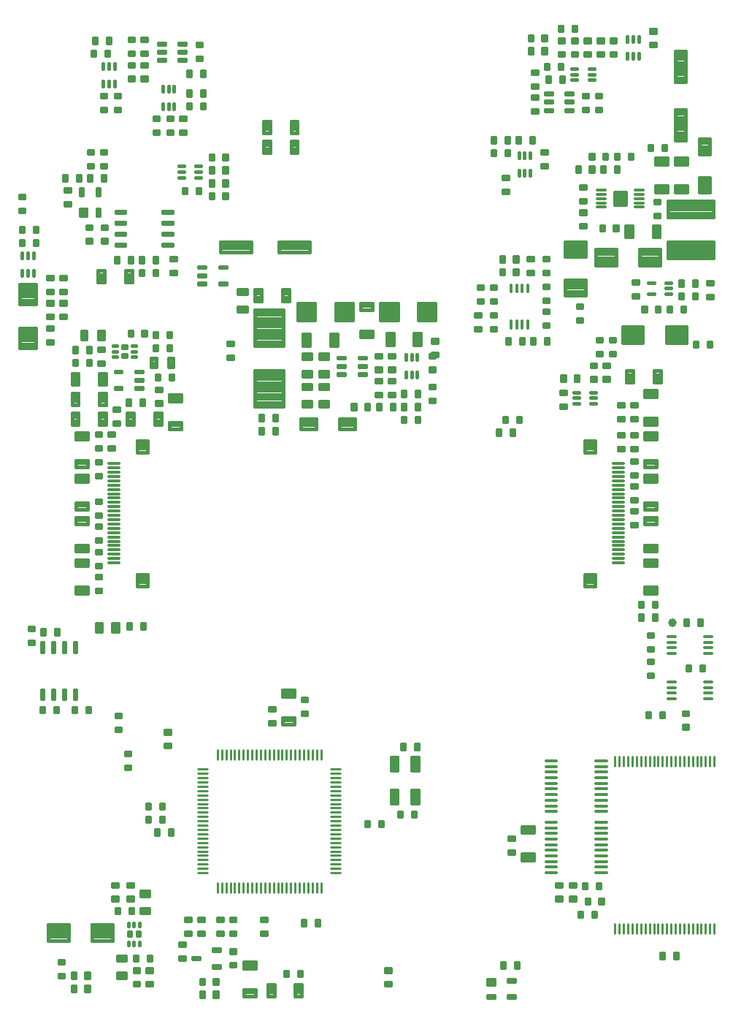
<source format=gtp>
G75*
%MOIN*%
%OFA0B0*%
%FSLAX25Y25*%
%IPPOS*%
%LPD*%
%AMOC8*
5,1,8,0,0,1.08239X$1,22.5*
%
%ADD10C,0.01102*%
%ADD11C,0.01378*%
%ADD12C,0.01181*%
%ADD13C,0.01764*%
%ADD14C,0.01742*%
%ADD15C,0.01733*%
%ADD16C,0.01742*%
%ADD17C,0.01715*%
%ADD18C,0.01496*%
%ADD19C,0.01728*%
%ADD20C,0.03937*%
%ADD21C,0.01535*%
%ADD22C,0.01717*%
%ADD23C,0.01739*%
%ADD24C,0.01701*%
%ADD25C,0.01724*%
%ADD26C,0.01720*%
%ADD27C,0.01720*%
%ADD28C,0.01575*%
%ADD29C,0.01736*%
%ADD30C,0.01720*%
%ADD31C,0.01729*%
%ADD32C,0.01700*%
%ADD33C,0.01795*%
%ADD34C,0.01736*%
%ADD35C,0.01753*%
%ADD36C,0.01748*%
D10*
X0253504Y0206017D02*
X0257874Y0206017D01*
X0257874Y0207986D02*
X0253504Y0207986D01*
X0253504Y0209954D02*
X0257874Y0209954D01*
X0257874Y0211923D02*
X0253504Y0211923D01*
X0253504Y0213891D02*
X0257874Y0213891D01*
X0257874Y0215860D02*
X0253504Y0215860D01*
X0253504Y0217828D02*
X0257874Y0217828D01*
X0257874Y0219797D02*
X0253504Y0219797D01*
X0253504Y0221765D02*
X0257874Y0221765D01*
X0257874Y0223734D02*
X0253504Y0223734D01*
X0253504Y0225702D02*
X0257874Y0225702D01*
X0257874Y0227671D02*
X0253504Y0227671D01*
X0253504Y0229639D02*
X0257874Y0229639D01*
X0257874Y0231608D02*
X0253504Y0231608D01*
X0253504Y0233576D02*
X0257874Y0233576D01*
X0257874Y0235545D02*
X0253504Y0235545D01*
X0253504Y0237513D02*
X0257874Y0237513D01*
X0257874Y0239482D02*
X0253504Y0239482D01*
X0253504Y0241450D02*
X0257874Y0241450D01*
X0257874Y0243419D02*
X0253504Y0243419D01*
X0253504Y0245387D02*
X0257874Y0245387D01*
X0257874Y0247356D02*
X0253504Y0247356D01*
X0253504Y0249324D02*
X0257874Y0249324D01*
X0257874Y0251293D02*
X0253504Y0251293D01*
X0253504Y0253261D02*
X0257874Y0253261D01*
X0262382Y0257769D02*
X0262382Y0262139D01*
X0264350Y0262139D02*
X0264350Y0257769D01*
X0266319Y0257769D02*
X0266319Y0262139D01*
X0268287Y0262139D02*
X0268287Y0257769D01*
X0270256Y0257769D02*
X0270256Y0262139D01*
X0272224Y0262139D02*
X0272224Y0257769D01*
X0274193Y0257769D02*
X0274193Y0262139D01*
X0276161Y0262139D02*
X0276161Y0257769D01*
X0278130Y0257769D02*
X0278130Y0262139D01*
X0280098Y0262139D02*
X0280098Y0257769D01*
X0282067Y0257769D02*
X0282067Y0262139D01*
X0284035Y0262139D02*
X0284035Y0257769D01*
X0286004Y0257769D02*
X0286004Y0262139D01*
X0287972Y0262139D02*
X0287972Y0257769D01*
X0289941Y0257769D02*
X0289941Y0262139D01*
X0291909Y0262139D02*
X0291909Y0257769D01*
X0293878Y0257769D02*
X0293878Y0262139D01*
X0295846Y0262139D02*
X0295846Y0257769D01*
X0297815Y0257769D02*
X0297815Y0262139D01*
X0299783Y0262139D02*
X0299783Y0257769D01*
X0301752Y0257769D02*
X0301752Y0262139D01*
X0303720Y0262139D02*
X0303720Y0257769D01*
X0305689Y0257769D02*
X0305689Y0262139D01*
X0307657Y0262139D02*
X0307657Y0257769D01*
X0309626Y0257769D02*
X0309626Y0262139D01*
X0314134Y0253261D02*
X0318504Y0253261D01*
X0318504Y0251293D02*
X0314134Y0251293D01*
X0314134Y0249324D02*
X0318504Y0249324D01*
X0318504Y0247356D02*
X0314134Y0247356D01*
X0314134Y0245387D02*
X0318504Y0245387D01*
X0318504Y0243419D02*
X0314134Y0243419D01*
X0314134Y0241450D02*
X0318504Y0241450D01*
X0318504Y0239482D02*
X0314134Y0239482D01*
X0314134Y0237513D02*
X0318504Y0237513D01*
X0318504Y0235545D02*
X0314134Y0235545D01*
X0314134Y0233576D02*
X0318504Y0233576D01*
X0318504Y0231608D02*
X0314134Y0231608D01*
X0314134Y0229639D02*
X0318504Y0229639D01*
X0318504Y0227671D02*
X0314134Y0227671D01*
X0314134Y0225702D02*
X0318504Y0225702D01*
X0318504Y0223734D02*
X0314134Y0223734D01*
X0314134Y0221765D02*
X0318504Y0221765D01*
X0318504Y0219797D02*
X0314134Y0219797D01*
X0314134Y0217828D02*
X0318504Y0217828D01*
X0318504Y0215860D02*
X0314134Y0215860D01*
X0314134Y0213891D02*
X0318504Y0213891D01*
X0318504Y0211923D02*
X0314134Y0211923D01*
X0314134Y0209954D02*
X0318504Y0209954D01*
X0318504Y0207986D02*
X0314134Y0207986D01*
X0314134Y0206017D02*
X0318504Y0206017D01*
X0309626Y0201509D02*
X0309626Y0197139D01*
X0307657Y0197139D02*
X0307657Y0201509D01*
X0305689Y0201509D02*
X0305689Y0197139D01*
X0303720Y0197139D02*
X0303720Y0201509D01*
X0301752Y0201509D02*
X0301752Y0197139D01*
X0299783Y0197139D02*
X0299783Y0201509D01*
X0297815Y0201509D02*
X0297815Y0197139D01*
X0295846Y0197139D02*
X0295846Y0201509D01*
X0293878Y0201509D02*
X0293878Y0197139D01*
X0291909Y0197139D02*
X0291909Y0201509D01*
X0289941Y0201509D02*
X0289941Y0197139D01*
X0287972Y0197139D02*
X0287972Y0201509D01*
X0286004Y0201509D02*
X0286004Y0197139D01*
X0284035Y0197139D02*
X0284035Y0201509D01*
X0282067Y0201509D02*
X0282067Y0197139D01*
X0280098Y0197139D02*
X0280098Y0201509D01*
X0278130Y0201509D02*
X0278130Y0197139D01*
X0276161Y0197139D02*
X0276161Y0201509D01*
X0274193Y0201509D02*
X0274193Y0197139D01*
X0272224Y0197139D02*
X0272224Y0201509D01*
X0270256Y0201509D02*
X0270256Y0197139D01*
X0268287Y0197139D02*
X0268287Y0201509D01*
X0266319Y0201509D02*
X0266319Y0197139D01*
X0264350Y0197139D02*
X0264350Y0201509D01*
X0262382Y0201509D02*
X0262382Y0197139D01*
X0443878Y0182632D02*
X0443878Y0178222D01*
X0445846Y0178222D02*
X0445846Y0182632D01*
X0447815Y0182632D02*
X0447815Y0178222D01*
X0449783Y0178222D02*
X0449783Y0182632D01*
X0451752Y0182632D02*
X0451752Y0178222D01*
X0453720Y0178222D02*
X0453720Y0182632D01*
X0455689Y0182632D02*
X0455689Y0178222D01*
X0457657Y0178222D02*
X0457657Y0182632D01*
X0459626Y0182632D02*
X0459626Y0178222D01*
X0461594Y0178222D02*
X0461594Y0182632D01*
X0463563Y0182632D02*
X0463563Y0178222D01*
X0465531Y0178222D02*
X0465531Y0182632D01*
X0467500Y0182632D02*
X0467500Y0178222D01*
X0469468Y0178222D02*
X0469468Y0182632D01*
X0471437Y0182632D02*
X0471437Y0178222D01*
X0473405Y0178222D02*
X0473405Y0182632D01*
X0475374Y0182632D02*
X0475374Y0178222D01*
X0477342Y0178222D02*
X0477342Y0182632D01*
X0479311Y0182632D02*
X0479311Y0178222D01*
X0481279Y0178222D02*
X0481279Y0182632D01*
X0483248Y0182632D02*
X0483248Y0178222D01*
X0485216Y0178222D02*
X0485216Y0182632D01*
X0487185Y0182632D02*
X0487185Y0178222D01*
X0489153Y0178222D02*
X0489153Y0182632D01*
X0489153Y0254600D02*
X0489153Y0259010D01*
X0487185Y0259010D02*
X0487185Y0254600D01*
X0485216Y0254600D02*
X0485216Y0259010D01*
X0483248Y0259010D02*
X0483248Y0254600D01*
X0481279Y0254600D02*
X0481279Y0259010D01*
X0479311Y0259010D02*
X0479311Y0254600D01*
X0477342Y0254600D02*
X0477342Y0259010D01*
X0475374Y0259010D02*
X0475374Y0254600D01*
X0473405Y0254600D02*
X0473405Y0259010D01*
X0471437Y0259010D02*
X0471437Y0254600D01*
X0469468Y0254600D02*
X0469468Y0259010D01*
X0467500Y0259010D02*
X0467500Y0254600D01*
X0465531Y0254600D02*
X0465531Y0259010D01*
X0463563Y0259010D02*
X0463563Y0254600D01*
X0461594Y0254600D02*
X0461594Y0259010D01*
X0459626Y0259010D02*
X0459626Y0254600D01*
X0457657Y0254600D02*
X0457657Y0259010D01*
X0455689Y0259010D02*
X0455689Y0254600D01*
X0453720Y0254600D02*
X0453720Y0259010D01*
X0451752Y0259010D02*
X0451752Y0254600D01*
X0449783Y0254600D02*
X0449783Y0259010D01*
X0447815Y0259010D02*
X0447815Y0254600D01*
X0445846Y0254600D02*
X0445846Y0259010D01*
X0443878Y0259010D02*
X0443878Y0254600D01*
D11*
X0440039Y0254443D02*
X0435119Y0254443D01*
X0435119Y0257002D02*
X0440039Y0257002D01*
X0440039Y0251883D02*
X0435119Y0251883D01*
X0435119Y0249324D02*
X0440039Y0249324D01*
X0440039Y0246765D02*
X0435119Y0246765D01*
X0435119Y0244206D02*
X0440039Y0244206D01*
X0440039Y0241647D02*
X0435119Y0241647D01*
X0435119Y0239088D02*
X0440039Y0239088D01*
X0440039Y0236529D02*
X0435119Y0236529D01*
X0435119Y0233970D02*
X0440039Y0233970D01*
X0440039Y0229049D02*
X0435119Y0229049D01*
X0435119Y0226490D02*
X0440039Y0226490D01*
X0440039Y0223931D02*
X0435119Y0223931D01*
X0435119Y0221372D02*
X0440039Y0221372D01*
X0440039Y0218813D02*
X0435119Y0218813D01*
X0435119Y0216254D02*
X0440039Y0216254D01*
X0440039Y0213694D02*
X0435119Y0213694D01*
X0435119Y0211135D02*
X0440039Y0211135D01*
X0440039Y0208576D02*
X0435119Y0208576D01*
X0435119Y0206017D02*
X0440039Y0206017D01*
X0417204Y0206017D02*
X0412284Y0206017D01*
X0412284Y0208576D02*
X0417204Y0208576D01*
X0417204Y0211135D02*
X0412284Y0211135D01*
X0412284Y0213694D02*
X0417204Y0213694D01*
X0417204Y0216254D02*
X0412284Y0216254D01*
X0412284Y0218813D02*
X0417204Y0218813D01*
X0417204Y0221372D02*
X0412284Y0221372D01*
X0412284Y0223931D02*
X0417204Y0223931D01*
X0417204Y0226490D02*
X0412284Y0226490D01*
X0412284Y0229049D02*
X0417204Y0229049D01*
X0417204Y0233970D02*
X0412284Y0233970D01*
X0412284Y0236529D02*
X0417204Y0236529D01*
X0417204Y0239088D02*
X0412284Y0239088D01*
X0412284Y0241647D02*
X0417204Y0241647D01*
X0417204Y0244206D02*
X0412284Y0244206D01*
X0412284Y0246765D02*
X0417204Y0246765D01*
X0417204Y0249324D02*
X0412284Y0249324D01*
X0412284Y0251883D02*
X0417204Y0251883D01*
X0417204Y0254443D02*
X0412284Y0254443D01*
X0412284Y0257002D02*
X0417204Y0257002D01*
D12*
X0443090Y0347356D02*
X0443090Y0347356D01*
X0447816Y0347356D01*
X0447816Y0347356D01*
X0443090Y0347356D01*
X0443090Y0349324D02*
X0443090Y0349324D01*
X0447816Y0349324D01*
X0447816Y0349324D01*
X0443090Y0349324D01*
X0443090Y0351293D02*
X0443090Y0351293D01*
X0447816Y0351293D01*
X0447816Y0351293D01*
X0443090Y0351293D01*
X0443090Y0353261D02*
X0443090Y0353261D01*
X0447816Y0353261D01*
X0447816Y0353261D01*
X0443090Y0353261D01*
X0443090Y0355230D02*
X0443090Y0355230D01*
X0447816Y0355230D01*
X0447816Y0355230D01*
X0443090Y0355230D01*
X0443090Y0357198D02*
X0443090Y0357198D01*
X0447816Y0357198D01*
X0447816Y0357198D01*
X0443090Y0357198D01*
X0443090Y0359167D02*
X0443090Y0359167D01*
X0447816Y0359167D01*
X0447816Y0359167D01*
X0443090Y0359167D01*
X0443090Y0361135D02*
X0443090Y0361135D01*
X0447816Y0361135D01*
X0447816Y0361135D01*
X0443090Y0361135D01*
X0443090Y0363104D02*
X0443090Y0363104D01*
X0447816Y0363104D01*
X0447816Y0363104D01*
X0443090Y0363104D01*
X0443090Y0365072D02*
X0443090Y0365072D01*
X0447816Y0365072D01*
X0447816Y0365072D01*
X0443090Y0365072D01*
X0443090Y0367041D02*
X0443090Y0367041D01*
X0447816Y0367041D01*
X0447816Y0367041D01*
X0443090Y0367041D01*
X0443090Y0369009D02*
X0443090Y0369009D01*
X0447816Y0369009D01*
X0447816Y0369009D01*
X0443090Y0369009D01*
X0443090Y0370978D02*
X0443090Y0370978D01*
X0447816Y0370978D01*
X0447816Y0370978D01*
X0443090Y0370978D01*
X0443090Y0372946D02*
X0443090Y0372946D01*
X0447816Y0372946D01*
X0447816Y0372946D01*
X0443090Y0372946D01*
X0443090Y0374915D02*
X0443090Y0374915D01*
X0447816Y0374915D01*
X0447816Y0374915D01*
X0443090Y0374915D01*
X0443090Y0376883D02*
X0443090Y0376883D01*
X0447816Y0376883D01*
X0447816Y0376883D01*
X0443090Y0376883D01*
X0443090Y0378852D02*
X0443090Y0378852D01*
X0447816Y0378852D01*
X0447816Y0378852D01*
X0443090Y0378852D01*
X0443090Y0380820D02*
X0443090Y0380820D01*
X0447816Y0380820D01*
X0447816Y0380820D01*
X0443090Y0380820D01*
X0443090Y0382789D02*
X0443090Y0382789D01*
X0447816Y0382789D01*
X0447816Y0382789D01*
X0443090Y0382789D01*
X0443090Y0384757D02*
X0443090Y0384757D01*
X0447816Y0384757D01*
X0447816Y0384757D01*
X0443090Y0384757D01*
X0443090Y0386726D02*
X0443090Y0386726D01*
X0447816Y0386726D01*
X0447816Y0386726D01*
X0443090Y0386726D01*
X0443090Y0388694D02*
X0443090Y0388694D01*
X0447816Y0388694D01*
X0447816Y0388694D01*
X0443090Y0388694D01*
X0443090Y0390663D02*
X0443090Y0390663D01*
X0447816Y0390663D01*
X0447816Y0390663D01*
X0443090Y0390663D01*
X0443090Y0392631D02*
X0443090Y0392631D01*
X0447816Y0392631D01*
X0447816Y0392631D01*
X0443090Y0392631D01*
X0439351Y0509561D02*
X0439351Y0509561D01*
X0435807Y0509561D01*
X0435807Y0509561D01*
X0439351Y0509561D01*
X0439351Y0511529D02*
X0439351Y0511529D01*
X0435807Y0511529D01*
X0435807Y0511529D01*
X0439351Y0511529D01*
X0439351Y0513498D02*
X0439351Y0513498D01*
X0435807Y0513498D01*
X0435807Y0513498D01*
X0439351Y0513498D01*
X0439351Y0515466D02*
X0439351Y0515466D01*
X0435807Y0515466D01*
X0435807Y0515466D01*
X0439351Y0515466D01*
X0439351Y0517435D02*
X0439351Y0517435D01*
X0435807Y0517435D01*
X0435807Y0517435D01*
X0439351Y0517435D01*
X0456673Y0517435D02*
X0456673Y0517435D01*
X0453129Y0517435D01*
X0453129Y0517435D01*
X0456673Y0517435D01*
X0453129Y0515466D02*
X0453129Y0515466D01*
X0456673Y0515466D01*
X0456673Y0515466D01*
X0453129Y0515466D01*
X0453129Y0513498D02*
X0453129Y0513498D01*
X0456673Y0513498D01*
X0456673Y0513498D01*
X0453129Y0513498D01*
X0456673Y0511529D02*
X0456673Y0511529D01*
X0453129Y0511529D01*
X0453129Y0511529D01*
X0456673Y0511529D01*
X0456673Y0509561D02*
X0456673Y0509561D01*
X0453129Y0509561D01*
X0453129Y0509561D01*
X0456673Y0509561D01*
X0217501Y0392631D02*
X0217501Y0392631D01*
X0212775Y0392631D01*
X0212775Y0392631D01*
X0217501Y0392631D01*
X0217501Y0390663D02*
X0217501Y0390663D01*
X0212775Y0390663D01*
X0212775Y0390663D01*
X0217501Y0390663D01*
X0217501Y0388694D02*
X0217501Y0388694D01*
X0212775Y0388694D01*
X0212775Y0388694D01*
X0217501Y0388694D01*
X0217501Y0386726D02*
X0217501Y0386726D01*
X0212775Y0386726D01*
X0212775Y0386726D01*
X0217501Y0386726D01*
X0217501Y0384757D02*
X0217501Y0384757D01*
X0212775Y0384757D01*
X0212775Y0384757D01*
X0217501Y0384757D01*
X0217501Y0382789D02*
X0217501Y0382789D01*
X0212775Y0382789D01*
X0212775Y0382789D01*
X0217501Y0382789D01*
X0217501Y0380820D02*
X0217501Y0380820D01*
X0212775Y0380820D01*
X0212775Y0380820D01*
X0217501Y0380820D01*
X0217501Y0378852D02*
X0217501Y0378852D01*
X0212775Y0378852D01*
X0212775Y0378852D01*
X0217501Y0378852D01*
X0217501Y0376883D02*
X0217501Y0376883D01*
X0212775Y0376883D01*
X0212775Y0376883D01*
X0217501Y0376883D01*
X0217501Y0374915D02*
X0217501Y0374915D01*
X0212775Y0374915D01*
X0212775Y0374915D01*
X0217501Y0374915D01*
X0217501Y0372946D02*
X0217501Y0372946D01*
X0212775Y0372946D01*
X0212775Y0372946D01*
X0217501Y0372946D01*
X0217501Y0370978D02*
X0217501Y0370978D01*
X0212775Y0370978D01*
X0212775Y0370978D01*
X0217501Y0370978D01*
X0217501Y0369009D02*
X0217501Y0369009D01*
X0212775Y0369009D01*
X0212775Y0369009D01*
X0217501Y0369009D01*
X0217501Y0367041D02*
X0217501Y0367041D01*
X0212775Y0367041D01*
X0212775Y0367041D01*
X0217501Y0367041D01*
X0217501Y0365072D02*
X0217501Y0365072D01*
X0212775Y0365072D01*
X0212775Y0365072D01*
X0217501Y0365072D01*
X0217501Y0363104D02*
X0217501Y0363104D01*
X0212775Y0363104D01*
X0212775Y0363104D01*
X0217501Y0363104D01*
X0217501Y0361135D02*
X0217501Y0361135D01*
X0212775Y0361135D01*
X0212775Y0361135D01*
X0217501Y0361135D01*
X0217501Y0359167D02*
X0217501Y0359167D01*
X0212775Y0359167D01*
X0212775Y0359167D01*
X0217501Y0359167D01*
X0217501Y0357198D02*
X0217501Y0357198D01*
X0212775Y0357198D01*
X0212775Y0357198D01*
X0217501Y0357198D01*
X0217501Y0355230D02*
X0217501Y0355230D01*
X0212775Y0355230D01*
X0212775Y0355230D01*
X0217501Y0355230D01*
X0217501Y0353261D02*
X0217501Y0353261D01*
X0212775Y0353261D01*
X0212775Y0353261D01*
X0217501Y0353261D01*
X0217501Y0351293D02*
X0217501Y0351293D01*
X0212775Y0351293D01*
X0212775Y0351293D01*
X0217501Y0351293D01*
X0217501Y0349324D02*
X0217501Y0349324D01*
X0212775Y0349324D01*
X0212775Y0349324D01*
X0217501Y0349324D01*
X0217501Y0347356D02*
X0217501Y0347356D01*
X0212775Y0347356D01*
X0212775Y0347356D01*
X0217501Y0347356D01*
D13*
X0230397Y0342143D02*
X0230397Y0336821D01*
X0225863Y0336821D01*
X0225863Y0342143D01*
X0230397Y0342143D01*
X0230397Y0338584D02*
X0225863Y0338584D01*
X0225863Y0340347D02*
X0230397Y0340347D01*
X0230397Y0342110D02*
X0225863Y0342110D01*
X0230397Y0397845D02*
X0230397Y0403167D01*
X0230397Y0397845D02*
X0225863Y0397845D01*
X0225863Y0403167D01*
X0230397Y0403167D01*
X0230397Y0399608D02*
X0225863Y0399608D01*
X0225863Y0401371D02*
X0230397Y0401371D01*
X0230397Y0403134D02*
X0225863Y0403134D01*
X0430193Y0403167D02*
X0430193Y0397845D01*
X0430193Y0403167D02*
X0434727Y0403167D01*
X0434727Y0397845D01*
X0430193Y0397845D01*
X0430193Y0399608D02*
X0434727Y0399608D01*
X0434727Y0401371D02*
X0430193Y0401371D01*
X0430193Y0403134D02*
X0434727Y0403134D01*
X0430193Y0342143D02*
X0430193Y0336821D01*
X0430193Y0342143D02*
X0434727Y0342143D01*
X0434727Y0336821D01*
X0430193Y0336821D01*
X0430193Y0338584D02*
X0434727Y0338584D01*
X0434727Y0340347D02*
X0430193Y0340347D01*
X0430193Y0342110D02*
X0434727Y0342110D01*
D14*
X0228026Y0426790D02*
X0228026Y0427370D01*
X0228026Y0426790D02*
X0225084Y0426790D01*
X0225084Y0427370D01*
X0228026Y0427370D01*
X0228026Y0430530D02*
X0228026Y0431110D01*
X0228026Y0430530D02*
X0225084Y0430530D01*
X0225084Y0431110D01*
X0228026Y0431110D01*
X0228026Y0434271D02*
X0228026Y0434851D01*
X0228026Y0434271D02*
X0225084Y0434271D01*
X0225084Y0434851D01*
X0228026Y0434851D01*
X0218577Y0434851D02*
X0218577Y0434271D01*
X0215635Y0434271D01*
X0215635Y0434851D01*
X0218577Y0434851D01*
X0218577Y0427370D02*
X0218577Y0426790D01*
X0215635Y0426790D01*
X0215635Y0427370D01*
X0218577Y0427370D01*
D15*
X0211496Y0433871D02*
X0208544Y0433871D01*
X0211496Y0433871D02*
X0211496Y0428557D01*
X0208544Y0428557D01*
X0208544Y0433871D01*
X0208544Y0430289D02*
X0211496Y0430289D01*
X0211496Y0432021D02*
X0208544Y0432021D01*
X0208544Y0433753D02*
X0211496Y0433753D01*
X0211496Y0424816D02*
X0208544Y0424816D01*
X0211496Y0424816D02*
X0211496Y0419502D01*
X0208544Y0419502D01*
X0208544Y0424816D01*
X0208544Y0421234D02*
X0211496Y0421234D01*
X0211496Y0422966D02*
X0208544Y0422966D01*
X0208544Y0424698D02*
X0211496Y0424698D01*
X0211496Y0415761D02*
X0208544Y0415761D01*
X0211496Y0415761D02*
X0211496Y0410447D01*
X0208544Y0410447D01*
X0208544Y0415761D01*
X0208544Y0412179D02*
X0211496Y0412179D01*
X0211496Y0413911D02*
X0208544Y0413911D01*
X0208544Y0415643D02*
X0211496Y0415643D01*
X0221142Y0410447D02*
X0224094Y0410447D01*
X0221142Y0410447D02*
X0221142Y0415761D01*
X0224094Y0415761D01*
X0224094Y0410447D01*
X0224094Y0412179D02*
X0221142Y0412179D01*
X0221142Y0413911D02*
X0224094Y0413911D01*
X0224094Y0415643D02*
X0221142Y0415643D01*
X0233740Y0410447D02*
X0236692Y0410447D01*
X0233740Y0410447D02*
X0233740Y0415761D01*
X0236692Y0415761D01*
X0236692Y0410447D01*
X0236692Y0412179D02*
X0233740Y0412179D01*
X0233740Y0413911D02*
X0236692Y0413911D01*
X0236692Y0415643D02*
X0233740Y0415643D01*
X0240433Y0411430D02*
X0240433Y0408478D01*
X0240433Y0411430D02*
X0245747Y0411430D01*
X0245747Y0408478D01*
X0240433Y0408478D01*
X0240433Y0410210D02*
X0245747Y0410210D01*
X0240433Y0421077D02*
X0240433Y0424029D01*
X0245747Y0424029D01*
X0245747Y0421077D01*
X0240433Y0421077D01*
X0240433Y0422809D02*
X0245747Y0422809D01*
X0197914Y0406706D02*
X0197914Y0403754D01*
X0197914Y0406706D02*
X0203228Y0406706D01*
X0203228Y0403754D01*
X0197914Y0403754D01*
X0197914Y0405486D02*
X0203228Y0405486D01*
X0198897Y0415761D02*
X0195945Y0415761D01*
X0198897Y0415761D02*
X0198897Y0410447D01*
X0195945Y0410447D01*
X0195945Y0415761D01*
X0195945Y0412179D02*
X0198897Y0412179D01*
X0198897Y0413911D02*
X0195945Y0413911D01*
X0195945Y0415643D02*
X0198897Y0415643D01*
X0198897Y0424816D02*
X0195945Y0424816D01*
X0198897Y0424816D02*
X0198897Y0419502D01*
X0195945Y0419502D01*
X0195945Y0424816D01*
X0195945Y0421234D02*
X0198897Y0421234D01*
X0198897Y0422966D02*
X0195945Y0422966D01*
X0195945Y0424698D02*
X0198897Y0424698D01*
X0198897Y0433871D02*
X0195945Y0433871D01*
X0198897Y0433871D02*
X0198897Y0428557D01*
X0195945Y0428557D01*
X0195945Y0433871D01*
X0195945Y0430289D02*
X0198897Y0430289D01*
X0198897Y0432021D02*
X0195945Y0432021D01*
X0195945Y0433753D02*
X0198897Y0433753D01*
X0207756Y0480722D02*
X0210708Y0480722D01*
X0210708Y0475408D01*
X0207756Y0475408D01*
X0207756Y0480722D01*
X0207756Y0477140D02*
X0210708Y0477140D01*
X0210708Y0478872D02*
X0207756Y0478872D01*
X0207756Y0480604D02*
X0210708Y0480604D01*
X0220355Y0480722D02*
X0223307Y0480722D01*
X0223307Y0475408D01*
X0220355Y0475408D01*
X0220355Y0480722D01*
X0220355Y0477140D02*
X0223307Y0477140D01*
X0223307Y0478872D02*
X0220355Y0478872D01*
X0220355Y0480604D02*
X0223307Y0480604D01*
X0279410Y0466746D02*
X0282362Y0466746D01*
X0279410Y0466746D02*
X0279410Y0472060D01*
X0282362Y0472060D01*
X0282362Y0466746D01*
X0282362Y0468478D02*
X0279410Y0468478D01*
X0279410Y0470210D02*
X0282362Y0470210D01*
X0282362Y0471942D02*
X0279410Y0471942D01*
X0292008Y0466746D02*
X0294960Y0466746D01*
X0292008Y0466746D02*
X0292008Y0472060D01*
X0294960Y0472060D01*
X0294960Y0466746D01*
X0294960Y0468478D02*
X0292008Y0468478D01*
X0292008Y0470210D02*
X0294960Y0470210D01*
X0294960Y0471942D02*
X0292008Y0471942D01*
X0301457Y0451588D02*
X0304409Y0451588D01*
X0304409Y0446274D01*
X0301457Y0446274D01*
X0301457Y0451588D01*
X0301457Y0448006D02*
X0304409Y0448006D01*
X0304409Y0449738D02*
X0301457Y0449738D01*
X0301457Y0451470D02*
X0304409Y0451470D01*
X0314055Y0451588D02*
X0317007Y0451588D01*
X0317007Y0446274D01*
X0314055Y0446274D01*
X0314055Y0451588D01*
X0314055Y0448006D02*
X0317007Y0448006D01*
X0317007Y0449738D02*
X0314055Y0449738D01*
X0314055Y0451470D02*
X0317007Y0451470D01*
X0333149Y0450211D02*
X0333149Y0453163D01*
X0333149Y0450211D02*
X0327835Y0450211D01*
X0327835Y0453163D01*
X0333149Y0453163D01*
X0333149Y0451943D02*
X0327835Y0451943D01*
X0333149Y0462809D02*
X0333149Y0465761D01*
X0333149Y0462809D02*
X0327835Y0462809D01*
X0327835Y0465761D01*
X0333149Y0465761D01*
X0333149Y0464541D02*
X0327835Y0464541D01*
X0339646Y0446667D02*
X0342598Y0446667D01*
X0339646Y0446667D02*
X0339646Y0451981D01*
X0342598Y0451981D01*
X0342598Y0446667D01*
X0342598Y0448399D02*
X0339646Y0448399D01*
X0339646Y0450131D02*
X0342598Y0450131D01*
X0342598Y0451863D02*
X0339646Y0451863D01*
X0352244Y0446667D02*
X0355196Y0446667D01*
X0352244Y0446667D02*
X0352244Y0451981D01*
X0355196Y0451981D01*
X0355196Y0446667D01*
X0355196Y0448399D02*
X0352244Y0448399D01*
X0352244Y0450131D02*
X0355196Y0450131D01*
X0355196Y0451863D02*
X0352244Y0451863D01*
X0449095Y0435052D02*
X0452047Y0435052D01*
X0452047Y0429738D01*
X0449095Y0429738D01*
X0449095Y0435052D01*
X0449095Y0431470D02*
X0452047Y0431470D01*
X0452047Y0433202D02*
X0449095Y0433202D01*
X0449095Y0434934D02*
X0452047Y0434934D01*
X0461693Y0435052D02*
X0464645Y0435052D01*
X0464645Y0429738D01*
X0461693Y0429738D01*
X0461693Y0435052D01*
X0461693Y0431470D02*
X0464645Y0431470D01*
X0464645Y0433202D02*
X0461693Y0433202D01*
X0461693Y0434934D02*
X0464645Y0434934D01*
X0462677Y0425997D02*
X0462677Y0423045D01*
X0457363Y0423045D01*
X0457363Y0425997D01*
X0462677Y0425997D01*
X0462677Y0424777D02*
X0457363Y0424777D01*
X0462677Y0413399D02*
X0462677Y0410447D01*
X0457363Y0410447D01*
X0457363Y0413399D01*
X0462677Y0413399D01*
X0462677Y0412179D02*
X0457363Y0412179D01*
X0457363Y0406706D02*
X0457363Y0403754D01*
X0457363Y0406706D02*
X0462677Y0406706D01*
X0462677Y0403754D01*
X0457363Y0403754D01*
X0457363Y0405486D02*
X0462677Y0405486D01*
X0457363Y0394107D02*
X0457363Y0391155D01*
X0457363Y0394107D02*
X0462677Y0394107D01*
X0462677Y0391155D01*
X0457363Y0391155D01*
X0457363Y0392887D02*
X0462677Y0392887D01*
X0457363Y0387415D02*
X0457363Y0384463D01*
X0457363Y0387415D02*
X0462677Y0387415D01*
X0462677Y0384463D01*
X0457363Y0384463D01*
X0457363Y0386195D02*
X0462677Y0386195D01*
X0457363Y0374816D02*
X0457363Y0371864D01*
X0457363Y0374816D02*
X0462677Y0374816D01*
X0462677Y0371864D01*
X0457363Y0371864D01*
X0457363Y0373596D02*
X0462677Y0373596D01*
X0457363Y0368123D02*
X0457363Y0365171D01*
X0457363Y0368123D02*
X0462677Y0368123D01*
X0462677Y0365171D01*
X0457363Y0365171D01*
X0457363Y0366903D02*
X0462677Y0366903D01*
X0457363Y0355525D02*
X0457363Y0352573D01*
X0457363Y0355525D02*
X0462677Y0355525D01*
X0462677Y0352573D01*
X0457363Y0352573D01*
X0457363Y0354305D02*
X0462677Y0354305D01*
X0457363Y0348832D02*
X0457363Y0345880D01*
X0457363Y0348832D02*
X0462677Y0348832D01*
X0462677Y0345880D01*
X0457363Y0345880D01*
X0457363Y0347612D02*
X0462677Y0347612D01*
X0457363Y0336233D02*
X0457363Y0333281D01*
X0457363Y0336233D02*
X0462677Y0336233D01*
X0462677Y0333281D01*
X0457363Y0333281D01*
X0457363Y0335013D02*
X0462677Y0335013D01*
X0406771Y0227178D02*
X0406771Y0224226D01*
X0401457Y0224226D01*
X0401457Y0227178D01*
X0406771Y0227178D01*
X0406771Y0225958D02*
X0401457Y0225958D01*
X0406771Y0214580D02*
X0406771Y0211628D01*
X0401457Y0211628D01*
X0401457Y0214580D01*
X0406771Y0214580D01*
X0406771Y0213360D02*
X0401457Y0213360D01*
X0300866Y0149817D02*
X0297914Y0149817D01*
X0297914Y0155131D01*
X0300866Y0155131D01*
X0300866Y0149817D01*
X0300866Y0151549D02*
X0297914Y0151549D01*
X0297914Y0153281D02*
X0300866Y0153281D01*
X0300866Y0155013D02*
X0297914Y0155013D01*
X0288267Y0149817D02*
X0285315Y0149817D01*
X0285315Y0155131D01*
X0288267Y0155131D01*
X0288267Y0149817D01*
X0288267Y0151549D02*
X0285315Y0151549D01*
X0285315Y0153281D02*
X0288267Y0153281D01*
X0288267Y0155013D02*
X0285315Y0155013D01*
X0274292Y0152769D02*
X0274292Y0149817D01*
X0274292Y0152769D02*
X0279606Y0152769D01*
X0279606Y0149817D01*
X0274292Y0149817D01*
X0274292Y0151549D02*
X0279606Y0151549D01*
X0274292Y0162415D02*
X0274292Y0165367D01*
X0279606Y0165367D01*
X0279606Y0162415D01*
X0274292Y0162415D01*
X0274292Y0164147D02*
X0279606Y0164147D01*
X0297322Y0273833D02*
X0297322Y0276785D01*
X0297322Y0273833D02*
X0292008Y0273833D01*
X0292008Y0276785D01*
X0297322Y0276785D01*
X0297322Y0275565D02*
X0292008Y0275565D01*
X0297322Y0286431D02*
X0297322Y0289383D01*
X0297322Y0286431D02*
X0292008Y0286431D01*
X0292008Y0289383D01*
X0297322Y0289383D01*
X0297322Y0288163D02*
X0292008Y0288163D01*
X0203228Y0333281D02*
X0203228Y0336233D01*
X0203228Y0333281D02*
X0197914Y0333281D01*
X0197914Y0336233D01*
X0203228Y0336233D01*
X0203228Y0335013D02*
X0197914Y0335013D01*
X0203228Y0345880D02*
X0203228Y0348832D01*
X0203228Y0345880D02*
X0197914Y0345880D01*
X0197914Y0348832D01*
X0203228Y0348832D01*
X0203228Y0347612D02*
X0197914Y0347612D01*
X0203228Y0352573D02*
X0203228Y0355525D01*
X0203228Y0352573D02*
X0197914Y0352573D01*
X0197914Y0355525D01*
X0203228Y0355525D01*
X0203228Y0354305D02*
X0197914Y0354305D01*
X0203228Y0365171D02*
X0203228Y0368123D01*
X0203228Y0365171D02*
X0197914Y0365171D01*
X0197914Y0368123D01*
X0203228Y0368123D01*
X0203228Y0366903D02*
X0197914Y0366903D01*
X0203228Y0371864D02*
X0203228Y0374816D01*
X0203228Y0371864D02*
X0197914Y0371864D01*
X0197914Y0374816D01*
X0203228Y0374816D01*
X0203228Y0373596D02*
X0197914Y0373596D01*
X0203228Y0384463D02*
X0203228Y0387415D01*
X0203228Y0384463D02*
X0197914Y0384463D01*
X0197914Y0387415D01*
X0203228Y0387415D01*
X0203228Y0386195D02*
X0197914Y0386195D01*
X0197914Y0391155D02*
X0197914Y0394107D01*
X0203228Y0394107D01*
X0203228Y0391155D01*
X0197914Y0391155D01*
X0197914Y0392887D02*
X0203228Y0392887D01*
X0283347Y0534463D02*
X0286299Y0534463D01*
X0283347Y0534463D02*
X0283347Y0539777D01*
X0286299Y0539777D01*
X0286299Y0534463D01*
X0286299Y0536195D02*
X0283347Y0536195D01*
X0283347Y0537927D02*
X0286299Y0537927D01*
X0286299Y0539659D02*
X0283347Y0539659D01*
X0283347Y0543518D02*
X0286299Y0543518D01*
X0283347Y0543518D02*
X0283347Y0548832D01*
X0286299Y0548832D01*
X0286299Y0543518D01*
X0286299Y0545250D02*
X0283347Y0545250D01*
X0283347Y0546982D02*
X0286299Y0546982D01*
X0286299Y0548714D02*
X0283347Y0548714D01*
X0295945Y0543518D02*
X0298897Y0543518D01*
X0295945Y0543518D02*
X0295945Y0548832D01*
X0298897Y0548832D01*
X0298897Y0543518D01*
X0298897Y0545250D02*
X0295945Y0545250D01*
X0295945Y0546982D02*
X0298897Y0546982D01*
X0298897Y0548714D02*
X0295945Y0548714D01*
X0295945Y0534463D02*
X0298897Y0534463D01*
X0295945Y0534463D02*
X0295945Y0539777D01*
X0298897Y0539777D01*
X0298897Y0534463D01*
X0298897Y0536195D02*
X0295945Y0536195D01*
X0295945Y0537927D02*
X0298897Y0537927D01*
X0298897Y0539659D02*
X0295945Y0539659D01*
X0448701Y0501194D02*
X0451653Y0501194D01*
X0451653Y0495880D01*
X0448701Y0495880D01*
X0448701Y0501194D01*
X0448701Y0497612D02*
X0451653Y0497612D01*
X0451653Y0499344D02*
X0448701Y0499344D01*
X0448701Y0501076D02*
X0451653Y0501076D01*
X0461299Y0501194D02*
X0464251Y0501194D01*
X0464251Y0495880D01*
X0461299Y0495880D01*
X0461299Y0501194D01*
X0461299Y0497612D02*
X0464251Y0497612D01*
X0464251Y0499344D02*
X0461299Y0499344D01*
X0461299Y0501076D02*
X0464251Y0501076D01*
X0467795Y0516352D02*
X0467795Y0519304D01*
X0467795Y0516352D02*
X0462481Y0516352D01*
X0462481Y0519304D01*
X0467795Y0519304D01*
X0467795Y0518084D02*
X0462481Y0518084D01*
X0476850Y0519304D02*
X0476850Y0516352D01*
X0471536Y0516352D01*
X0471536Y0519304D01*
X0476850Y0519304D01*
X0476850Y0518084D02*
X0471536Y0518084D01*
X0476850Y0528951D02*
X0476850Y0531903D01*
X0476850Y0528951D02*
X0471536Y0528951D01*
X0471536Y0531903D01*
X0476850Y0531903D01*
X0476850Y0530683D02*
X0471536Y0530683D01*
X0467795Y0531903D02*
X0467795Y0528951D01*
X0462481Y0528951D01*
X0462481Y0531903D01*
X0467795Y0531903D01*
X0467795Y0530683D02*
X0462481Y0530683D01*
D16*
X0192200Y0159851D02*
X0192200Y0158483D01*
X0190044Y0158483D01*
X0190044Y0159851D01*
X0192200Y0159851D01*
X0195950Y0158089D02*
X0197318Y0158089D01*
X0195950Y0158089D02*
X0195950Y0160245D01*
X0197318Y0160245D01*
X0197318Y0158089D01*
X0197318Y0159830D02*
X0195950Y0159830D01*
X0195950Y0152183D02*
X0197318Y0152183D01*
X0195950Y0152183D02*
X0195950Y0154339D01*
X0197318Y0154339D01*
X0197318Y0152183D01*
X0197318Y0153924D02*
X0195950Y0153924D01*
X0202249Y0152183D02*
X0203617Y0152183D01*
X0202249Y0152183D02*
X0202249Y0154339D01*
X0203617Y0154339D01*
X0203617Y0152183D01*
X0203617Y0153924D02*
X0202249Y0153924D01*
X0202249Y0158089D02*
X0203617Y0158089D01*
X0202249Y0158089D02*
X0202249Y0160245D01*
X0203617Y0160245D01*
X0203617Y0158089D01*
X0203617Y0159830D02*
X0202249Y0159830D01*
X0192200Y0164782D02*
X0192200Y0166150D01*
X0192200Y0164782D02*
X0190044Y0164782D01*
X0190044Y0166150D01*
X0192200Y0166150D01*
X0216028Y0189772D02*
X0217396Y0189772D01*
X0217396Y0187616D01*
X0216028Y0187616D01*
X0216028Y0189772D01*
X0216028Y0189357D02*
X0217396Y0189357D01*
X0214453Y0193522D02*
X0214453Y0194890D01*
X0216609Y0194890D01*
X0216609Y0193522D01*
X0214453Y0193522D01*
X0221540Y0193522D02*
X0221540Y0194890D01*
X0223696Y0194890D01*
X0223696Y0193522D01*
X0221540Y0193522D01*
X0222328Y0189772D02*
X0223696Y0189772D01*
X0223696Y0187616D01*
X0222328Y0187616D01*
X0222328Y0189772D01*
X0222328Y0189357D02*
X0223696Y0189357D01*
X0221540Y0199822D02*
X0221540Y0201190D01*
X0223696Y0201190D01*
X0223696Y0199822D01*
X0221540Y0199822D01*
X0214453Y0199822D02*
X0214453Y0201190D01*
X0216609Y0201190D01*
X0216609Y0199822D01*
X0214453Y0199822D01*
X0234139Y0225599D02*
X0235507Y0225599D01*
X0235507Y0223443D01*
X0234139Y0223443D01*
X0234139Y0225599D01*
X0234139Y0225184D02*
X0235507Y0225184D01*
X0236501Y0231505D02*
X0237869Y0231505D01*
X0237869Y0229349D01*
X0236501Y0229349D01*
X0236501Y0231505D01*
X0236501Y0231090D02*
X0237869Y0231090D01*
X0237869Y0237410D02*
X0236501Y0237410D01*
X0237869Y0237410D02*
X0237869Y0235254D01*
X0236501Y0235254D01*
X0236501Y0237410D01*
X0236501Y0236995D02*
X0237869Y0236995D01*
X0231570Y0237410D02*
X0230202Y0237410D01*
X0231570Y0237410D02*
X0231570Y0235254D01*
X0230202Y0235254D01*
X0230202Y0237410D01*
X0230202Y0236995D02*
X0231570Y0236995D01*
X0231570Y0231505D02*
X0230202Y0231505D01*
X0231570Y0231505D02*
X0231570Y0229349D01*
X0230202Y0229349D01*
X0230202Y0231505D01*
X0230202Y0231090D02*
X0231570Y0231090D01*
X0240438Y0225599D02*
X0241806Y0225599D01*
X0241806Y0223443D01*
X0240438Y0223443D01*
X0240438Y0225599D01*
X0240438Y0225184D02*
X0241806Y0225184D01*
X0220359Y0253365D02*
X0220359Y0254733D01*
X0222515Y0254733D01*
X0222515Y0253365D01*
X0220359Y0253365D01*
X0220359Y0259664D02*
X0220359Y0261032D01*
X0222515Y0261032D01*
X0222515Y0259664D01*
X0220359Y0259664D01*
X0218184Y0270688D02*
X0218184Y0272056D01*
X0218184Y0270688D02*
X0216028Y0270688D01*
X0216028Y0272056D01*
X0218184Y0272056D01*
X0218184Y0276987D02*
X0218184Y0278355D01*
X0218184Y0276987D02*
X0216028Y0276987D01*
X0216028Y0278355D01*
X0218184Y0278355D01*
X0204011Y0281505D02*
X0202643Y0281505D01*
X0204011Y0281505D02*
X0204011Y0279349D01*
X0202643Y0279349D01*
X0202643Y0281505D01*
X0202643Y0281090D02*
X0204011Y0281090D01*
X0197711Y0281505D02*
X0196343Y0281505D01*
X0197711Y0281505D02*
X0197711Y0279349D01*
X0196343Y0279349D01*
X0196343Y0281505D01*
X0196343Y0281090D02*
X0197711Y0281090D01*
X0189444Y0279349D02*
X0188076Y0279349D01*
X0188076Y0281505D01*
X0189444Y0281505D01*
X0189444Y0279349D01*
X0189444Y0281090D02*
X0188076Y0281090D01*
X0183144Y0279349D02*
X0181776Y0279349D01*
X0181776Y0281505D01*
X0183144Y0281505D01*
X0183144Y0279349D01*
X0183144Y0281090D02*
X0181776Y0281090D01*
X0178420Y0310451D02*
X0178420Y0311819D01*
X0178420Y0310451D02*
X0176264Y0310451D01*
X0176264Y0311819D01*
X0178420Y0311819D01*
X0178420Y0316751D02*
X0178420Y0318119D01*
X0178420Y0316751D02*
X0176264Y0316751D01*
X0176264Y0318119D01*
X0178420Y0318119D01*
X0182170Y0314782D02*
X0183538Y0314782D01*
X0182170Y0314782D02*
X0182170Y0316938D01*
X0183538Y0316938D01*
X0183538Y0314782D01*
X0183538Y0316523D02*
X0182170Y0316523D01*
X0188469Y0314782D02*
X0189837Y0314782D01*
X0188469Y0314782D02*
X0188469Y0316938D01*
X0189837Y0316938D01*
X0189837Y0314782D01*
X0189837Y0316523D02*
X0188469Y0316523D01*
X0206973Y0334073D02*
X0206973Y0335441D01*
X0209129Y0335441D01*
X0209129Y0334073D01*
X0206973Y0334073D01*
X0206973Y0340373D02*
X0206973Y0341741D01*
X0209129Y0341741D01*
X0209129Y0340373D01*
X0206973Y0340373D01*
X0209129Y0345491D02*
X0209129Y0346859D01*
X0209129Y0345491D02*
X0206973Y0345491D01*
X0206973Y0346859D01*
X0209129Y0346859D01*
X0209129Y0351790D02*
X0209129Y0353158D01*
X0209129Y0351790D02*
X0206973Y0351790D01*
X0206973Y0353158D01*
X0209129Y0353158D01*
X0209129Y0356908D02*
X0209129Y0358276D01*
X0209129Y0356908D02*
X0206973Y0356908D01*
X0206973Y0358276D01*
X0209129Y0358276D01*
X0209129Y0363207D02*
X0209129Y0364575D01*
X0209129Y0363207D02*
X0206973Y0363207D01*
X0206973Y0364575D01*
X0209129Y0364575D01*
X0209129Y0368325D02*
X0209129Y0369693D01*
X0209129Y0368325D02*
X0206973Y0368325D01*
X0206973Y0369693D01*
X0209129Y0369693D01*
X0209129Y0374625D02*
X0209129Y0375993D01*
X0209129Y0374625D02*
X0206973Y0374625D01*
X0206973Y0375993D01*
X0209129Y0375993D01*
X0206973Y0386436D02*
X0206973Y0387804D01*
X0209129Y0387804D01*
X0209129Y0386436D01*
X0206973Y0386436D01*
X0206973Y0392735D02*
X0206973Y0394103D01*
X0209129Y0394103D01*
X0209129Y0392735D01*
X0206973Y0392735D01*
X0209129Y0399034D02*
X0209129Y0400402D01*
X0209129Y0399034D02*
X0206973Y0399034D01*
X0206973Y0400402D01*
X0209129Y0400402D01*
X0215035Y0400402D02*
X0215035Y0399034D01*
X0212879Y0399034D01*
X0212879Y0400402D01*
X0215035Y0400402D01*
X0215035Y0405333D02*
X0215035Y0406701D01*
X0215035Y0405333D02*
X0212879Y0405333D01*
X0212879Y0406701D01*
X0215035Y0406701D01*
X0217397Y0410451D02*
X0217397Y0411819D01*
X0217397Y0410451D02*
X0215241Y0410451D01*
X0215241Y0411819D01*
X0217397Y0411819D01*
X0217397Y0416751D02*
X0217397Y0418119D01*
X0217397Y0416751D02*
X0215241Y0416751D01*
X0215241Y0418119D01*
X0217397Y0418119D01*
X0221147Y0419506D02*
X0222515Y0419506D01*
X0221147Y0419506D02*
X0221147Y0421662D01*
X0222515Y0421662D01*
X0222515Y0419506D01*
X0222515Y0421247D02*
X0221147Y0421247D01*
X0227446Y0419506D02*
X0228814Y0419506D01*
X0227446Y0419506D02*
X0227446Y0421662D01*
X0228814Y0421662D01*
X0228814Y0419506D01*
X0228814Y0421247D02*
X0227446Y0421247D01*
X0234532Y0433080D02*
X0235900Y0433080D01*
X0235900Y0430924D01*
X0234532Y0430924D01*
X0234532Y0433080D01*
X0234532Y0432665D02*
X0235900Y0432665D01*
X0240832Y0433080D02*
X0242200Y0433080D01*
X0242200Y0430924D01*
X0240832Y0430924D01*
X0240832Y0433080D01*
X0240832Y0432665D02*
X0242200Y0432665D01*
X0234532Y0427174D02*
X0234532Y0425806D01*
X0234532Y0427174D02*
X0236688Y0427174D01*
X0236688Y0425806D01*
X0234532Y0425806D01*
X0234532Y0420875D02*
X0234532Y0419507D01*
X0234532Y0420875D02*
X0236688Y0420875D01*
X0236688Y0419507D01*
X0234532Y0419507D01*
X0209129Y0406701D02*
X0209129Y0405333D01*
X0206973Y0405333D01*
X0206973Y0406701D01*
X0209129Y0406701D01*
X0208154Y0437617D02*
X0208154Y0438985D01*
X0210310Y0438985D01*
X0210310Y0437617D01*
X0208154Y0437617D01*
X0204404Y0437616D02*
X0203036Y0437616D01*
X0203036Y0439772D01*
X0204404Y0439772D01*
X0204404Y0437616D01*
X0204404Y0439357D02*
X0203036Y0439357D01*
X0203036Y0443522D02*
X0204404Y0443522D01*
X0203036Y0443522D02*
X0203036Y0445678D01*
X0204404Y0445678D01*
X0204404Y0443522D01*
X0204404Y0445263D02*
X0203036Y0445263D01*
X0198105Y0443522D02*
X0196737Y0443522D01*
X0196737Y0445678D01*
X0198105Y0445678D01*
X0198105Y0443522D01*
X0198105Y0445263D02*
X0196737Y0445263D01*
X0196737Y0437616D02*
X0198105Y0437616D01*
X0196737Y0437616D02*
X0196737Y0439772D01*
X0198105Y0439772D01*
X0198105Y0437616D01*
X0198105Y0439357D02*
X0196737Y0439357D01*
X0208154Y0443916D02*
X0208154Y0445284D01*
X0210310Y0445284D01*
X0210310Y0443916D01*
X0208154Y0443916D01*
X0221934Y0451002D02*
X0223302Y0451002D01*
X0221934Y0451002D02*
X0221934Y0453158D01*
X0223302Y0453158D01*
X0223302Y0451002D01*
X0223302Y0452743D02*
X0221934Y0452743D01*
X0228233Y0451002D02*
X0229601Y0451002D01*
X0228233Y0451002D02*
X0228233Y0453158D01*
X0229601Y0453158D01*
X0229601Y0451002D01*
X0229601Y0452743D02*
X0228233Y0452743D01*
X0233351Y0450215D02*
X0234719Y0450215D01*
X0233351Y0450215D02*
X0233351Y0452371D01*
X0234719Y0452371D01*
X0234719Y0450215D01*
X0234719Y0451956D02*
X0233351Y0451956D01*
X0233351Y0446465D02*
X0234719Y0446465D01*
X0234719Y0444309D01*
X0233351Y0444309D01*
X0233351Y0446465D01*
X0233351Y0446050D02*
X0234719Y0446050D01*
X0239651Y0446465D02*
X0241019Y0446465D01*
X0241019Y0444309D01*
X0239651Y0444309D01*
X0239651Y0446465D01*
X0239651Y0446050D02*
X0241019Y0446050D01*
X0241019Y0450215D02*
X0239651Y0450215D01*
X0239651Y0452371D01*
X0241019Y0452371D01*
X0241019Y0450215D01*
X0241019Y0451956D02*
X0239651Y0451956D01*
X0267209Y0448040D02*
X0267209Y0446672D01*
X0267209Y0448040D02*
X0269365Y0448040D01*
X0269365Y0446672D01*
X0267209Y0446672D01*
X0267209Y0441741D02*
X0267209Y0440373D01*
X0267209Y0441741D02*
X0269365Y0441741D01*
X0269365Y0440373D01*
X0267209Y0440373D01*
X0281776Y0412420D02*
X0283144Y0412420D01*
X0281776Y0412420D02*
X0281776Y0414576D01*
X0283144Y0414576D01*
X0283144Y0412420D01*
X0283144Y0414161D02*
X0281776Y0414161D01*
X0281776Y0406514D02*
X0283144Y0406514D01*
X0281776Y0406514D02*
X0281776Y0408670D01*
X0283144Y0408670D01*
X0283144Y0406514D01*
X0283144Y0408255D02*
X0281776Y0408255D01*
X0288076Y0406514D02*
X0289444Y0406514D01*
X0288076Y0406514D02*
X0288076Y0408670D01*
X0289444Y0408670D01*
X0289444Y0406514D01*
X0289444Y0408255D02*
X0288076Y0408255D01*
X0288076Y0412420D02*
X0289444Y0412420D01*
X0288076Y0412420D02*
X0288076Y0414576D01*
X0289444Y0414576D01*
X0289444Y0412420D01*
X0289444Y0414161D02*
X0288076Y0414161D01*
X0323902Y0419694D02*
X0325270Y0419694D01*
X0325270Y0417538D01*
X0323902Y0417538D01*
X0323902Y0419694D01*
X0323902Y0419279D02*
X0325270Y0419279D01*
X0330202Y0419694D02*
X0331570Y0419694D01*
X0331570Y0417538D01*
X0330202Y0417538D01*
X0330202Y0419694D01*
X0330202Y0419279D02*
X0331570Y0419279D01*
X0335320Y0419694D02*
X0336688Y0419694D01*
X0336688Y0417538D01*
X0335320Y0417538D01*
X0335320Y0419694D01*
X0335320Y0419279D02*
X0336688Y0419279D01*
X0334926Y0423444D02*
X0334926Y0424812D01*
X0337082Y0424812D01*
X0337082Y0423444D01*
X0334926Y0423444D01*
X0340831Y0423444D02*
X0340831Y0424812D01*
X0342987Y0424812D01*
X0342987Y0423444D01*
X0340831Y0423444D01*
X0341619Y0419694D02*
X0342987Y0419694D01*
X0342987Y0417538D01*
X0341619Y0417538D01*
X0341619Y0419694D01*
X0341619Y0419279D02*
X0342987Y0419279D01*
X0346737Y0419694D02*
X0348105Y0419694D01*
X0348105Y0417538D01*
X0346737Y0417538D01*
X0346737Y0419694D01*
X0346737Y0419279D02*
X0348105Y0419279D01*
X0348105Y0425599D02*
X0346737Y0425599D01*
X0348105Y0425599D02*
X0348105Y0423443D01*
X0346737Y0423443D01*
X0346737Y0425599D01*
X0346737Y0425184D02*
X0348105Y0425184D01*
X0353036Y0425599D02*
X0354404Y0425599D01*
X0354404Y0423443D01*
X0353036Y0423443D01*
X0353036Y0425599D01*
X0353036Y0425184D02*
X0354404Y0425184D01*
X0361491Y0426987D02*
X0361491Y0428355D01*
X0361491Y0426987D02*
X0359335Y0426987D01*
X0359335Y0428355D01*
X0361491Y0428355D01*
X0361491Y0422056D02*
X0361491Y0420688D01*
X0359335Y0420688D01*
X0359335Y0422056D01*
X0361491Y0422056D01*
X0354404Y0419694D02*
X0353036Y0419694D01*
X0354404Y0419694D02*
X0354404Y0417538D01*
X0353036Y0417538D01*
X0353036Y0419694D01*
X0353036Y0419279D02*
X0354404Y0419279D01*
X0354404Y0411632D02*
X0353036Y0411632D01*
X0353036Y0413788D01*
X0354404Y0413788D01*
X0354404Y0411632D01*
X0354404Y0413373D02*
X0353036Y0413373D01*
X0348105Y0411632D02*
X0346737Y0411632D01*
X0346737Y0413788D01*
X0348105Y0413788D01*
X0348105Y0411632D01*
X0348105Y0413373D02*
X0346737Y0413373D01*
X0340831Y0429743D02*
X0340831Y0431111D01*
X0342987Y0431111D01*
X0342987Y0429743D01*
X0340831Y0429743D01*
X0334926Y0429743D02*
X0334926Y0431111D01*
X0337082Y0431111D01*
X0337082Y0429743D01*
X0334926Y0429743D01*
X0337082Y0434861D02*
X0337082Y0436229D01*
X0337082Y0434861D02*
X0334926Y0434861D01*
X0334926Y0436229D01*
X0337082Y0436229D01*
X0342987Y0436229D02*
X0342987Y0434861D01*
X0340831Y0434861D01*
X0340831Y0436229D01*
X0342987Y0436229D01*
X0342987Y0441160D02*
X0342987Y0442528D01*
X0342987Y0441160D02*
X0340831Y0441160D01*
X0340831Y0442528D01*
X0342987Y0442528D01*
X0337082Y0442528D02*
X0337082Y0441160D01*
X0334926Y0441160D01*
X0334926Y0442528D01*
X0337082Y0442528D01*
X0359335Y0442528D02*
X0359335Y0441160D01*
X0359335Y0442528D02*
X0361491Y0442528D01*
X0361491Y0441160D01*
X0359335Y0441160D01*
X0360516Y0441554D02*
X0360516Y0442922D01*
X0362672Y0442922D01*
X0362672Y0441554D01*
X0360516Y0441554D01*
X0359335Y0436229D02*
X0359335Y0434861D01*
X0359335Y0436229D02*
X0361491Y0436229D01*
X0361491Y0434861D01*
X0359335Y0434861D01*
X0360516Y0447853D02*
X0360516Y0449221D01*
X0362672Y0449221D01*
X0362672Y0447853D01*
X0360516Y0447853D01*
X0382357Y0453365D02*
X0382357Y0454733D01*
X0382357Y0453365D02*
X0380201Y0453365D01*
X0380201Y0454733D01*
X0382357Y0454733D01*
X0382357Y0459664D02*
X0382357Y0461032D01*
X0382357Y0459664D02*
X0380201Y0459664D01*
X0380201Y0461032D01*
X0382357Y0461032D01*
X0383538Y0465963D02*
X0383538Y0467331D01*
X0383538Y0465963D02*
X0381382Y0465963D01*
X0381382Y0467331D01*
X0383538Y0467331D01*
X0389444Y0467331D02*
X0389444Y0465963D01*
X0387288Y0465963D01*
X0387288Y0467331D01*
X0389444Y0467331D01*
X0389444Y0472262D02*
X0389444Y0473630D01*
X0389444Y0472262D02*
X0387288Y0472262D01*
X0387288Y0473630D01*
X0389444Y0473630D01*
X0391619Y0481111D02*
X0392987Y0481111D01*
X0392987Y0478955D01*
X0391619Y0478955D01*
X0391619Y0481111D01*
X0391619Y0480696D02*
X0392987Y0480696D01*
X0392987Y0487017D02*
X0391619Y0487017D01*
X0392987Y0487017D02*
X0392987Y0484861D01*
X0391619Y0484861D01*
X0391619Y0487017D01*
X0391619Y0486602D02*
X0392987Y0486602D01*
X0397918Y0487017D02*
X0399286Y0487017D01*
X0399286Y0484861D01*
X0397918Y0484861D01*
X0397918Y0487017D01*
X0397918Y0486602D02*
X0399286Y0486602D01*
X0404217Y0486623D02*
X0404217Y0485255D01*
X0404217Y0486623D02*
X0406373Y0486623D01*
X0406373Y0485255D01*
X0404217Y0485255D01*
X0404217Y0480323D02*
X0404217Y0478955D01*
X0404217Y0480323D02*
X0406373Y0480323D01*
X0406373Y0478955D01*
X0404217Y0478955D01*
X0399286Y0481111D02*
X0397918Y0481111D01*
X0399286Y0481111D02*
X0399286Y0478955D01*
X0397918Y0478955D01*
X0397918Y0481111D01*
X0397918Y0480696D02*
X0399286Y0480696D01*
X0411304Y0480323D02*
X0411304Y0478955D01*
X0411304Y0480323D02*
X0413460Y0480323D01*
X0413460Y0478955D01*
X0411304Y0478955D01*
X0413460Y0474024D02*
X0413460Y0472656D01*
X0411304Y0472656D01*
X0411304Y0474024D01*
X0413460Y0474024D01*
X0413460Y0467725D02*
X0413460Y0466357D01*
X0411304Y0466357D01*
X0411304Y0467725D01*
X0413460Y0467725D01*
X0411304Y0462607D02*
X0411304Y0461239D01*
X0411304Y0462607D02*
X0413460Y0462607D01*
X0413460Y0461239D01*
X0411304Y0461239D01*
X0411304Y0456308D02*
X0411304Y0454940D01*
X0411304Y0456308D02*
X0413460Y0456308D01*
X0413460Y0454940D01*
X0411304Y0454940D01*
X0412091Y0447459D02*
X0413459Y0447459D01*
X0412091Y0447459D02*
X0412091Y0449615D01*
X0413459Y0449615D01*
X0413459Y0447459D01*
X0413459Y0449200D02*
X0412091Y0449200D01*
X0407160Y0447459D02*
X0405792Y0447459D01*
X0405792Y0449615D01*
X0407160Y0449615D01*
X0407160Y0447459D01*
X0407160Y0449200D02*
X0405792Y0449200D01*
X0402042Y0449615D02*
X0400674Y0449615D01*
X0402042Y0449615D02*
X0402042Y0447459D01*
X0400674Y0447459D01*
X0400674Y0449615D01*
X0400674Y0449200D02*
X0402042Y0449200D01*
X0395743Y0449615D02*
X0394375Y0449615D01*
X0395743Y0449615D02*
X0395743Y0447459D01*
X0394375Y0447459D01*
X0394375Y0449615D01*
X0394375Y0449200D02*
X0395743Y0449200D01*
X0389444Y0453365D02*
X0389444Y0454733D01*
X0389444Y0453365D02*
X0387288Y0453365D01*
X0387288Y0454733D01*
X0389444Y0454733D01*
X0389444Y0459664D02*
X0389444Y0461032D01*
X0389444Y0459664D02*
X0387288Y0459664D01*
X0387288Y0461032D01*
X0389444Y0461032D01*
X0383538Y0472262D02*
X0383538Y0473630D01*
X0383538Y0472262D02*
X0381382Y0472262D01*
X0381382Y0473630D01*
X0383538Y0473630D01*
X0411304Y0485255D02*
X0411304Y0486623D01*
X0413460Y0486623D01*
X0413460Y0485255D01*
X0411304Y0485255D01*
X0430389Y0500215D02*
X0430389Y0501583D01*
X0430389Y0500215D02*
X0428233Y0500215D01*
X0428233Y0501583D01*
X0430389Y0501583D01*
X0430389Y0506514D02*
X0430389Y0507882D01*
X0430389Y0506514D02*
X0428233Y0506514D01*
X0428233Y0507882D01*
X0430389Y0507882D01*
X0428233Y0511633D02*
X0428233Y0513001D01*
X0430389Y0513001D01*
X0430389Y0511633D01*
X0428233Y0511633D01*
X0428233Y0517932D02*
X0428233Y0519300D01*
X0430389Y0519300D01*
X0430389Y0517932D01*
X0428233Y0517932D01*
X0427633Y0525805D02*
X0426265Y0525805D01*
X0426265Y0527961D01*
X0427633Y0527961D01*
X0427633Y0525805D01*
X0427633Y0527546D02*
X0426265Y0527546D01*
X0432564Y0525805D02*
X0433932Y0525805D01*
X0432564Y0525805D02*
X0432564Y0527961D01*
X0433932Y0527961D01*
X0433932Y0525805D01*
X0433932Y0527546D02*
X0432564Y0527546D01*
X0432564Y0531711D02*
X0433932Y0531711D01*
X0432564Y0531711D02*
X0432564Y0533867D01*
X0433932Y0533867D01*
X0433932Y0531711D01*
X0433932Y0533452D02*
X0432564Y0533452D01*
X0438863Y0531711D02*
X0440231Y0531711D01*
X0438863Y0531711D02*
X0438863Y0533867D01*
X0440231Y0533867D01*
X0440231Y0531711D01*
X0440231Y0533452D02*
X0438863Y0533452D01*
X0443981Y0533867D02*
X0445349Y0533867D01*
X0445349Y0531711D01*
X0443981Y0531711D01*
X0443981Y0533867D01*
X0443981Y0533452D02*
X0445349Y0533452D01*
X0450280Y0533867D02*
X0451648Y0533867D01*
X0451648Y0531711D01*
X0450280Y0531711D01*
X0450280Y0533867D01*
X0450280Y0533452D02*
X0451648Y0533452D01*
X0459336Y0537804D02*
X0460704Y0537804D01*
X0460704Y0535648D01*
X0459336Y0535648D01*
X0459336Y0537804D01*
X0459336Y0537389D02*
X0460704Y0537389D01*
X0465635Y0537804D02*
X0467003Y0537804D01*
X0467003Y0535648D01*
X0465635Y0535648D01*
X0465635Y0537804D01*
X0465635Y0537389D02*
X0467003Y0537389D01*
X0445349Y0525805D02*
X0443981Y0525805D01*
X0443981Y0527961D01*
X0445349Y0527961D01*
X0445349Y0525805D01*
X0445349Y0527546D02*
X0443981Y0527546D01*
X0439050Y0525805D02*
X0437682Y0525805D01*
X0437682Y0527961D01*
X0439050Y0527961D01*
X0439050Y0525805D01*
X0439050Y0527546D02*
X0437682Y0527546D01*
X0462091Y0512607D02*
X0462091Y0511239D01*
X0462091Y0512607D02*
X0464247Y0512607D01*
X0464247Y0511239D01*
X0462091Y0511239D01*
X0462091Y0506308D02*
X0462091Y0504940D01*
X0462091Y0506308D02*
X0464247Y0506308D01*
X0464247Y0504940D01*
X0462091Y0504940D01*
X0444956Y0499034D02*
X0443588Y0499034D01*
X0443588Y0501190D01*
X0444956Y0501190D01*
X0444956Y0499034D01*
X0444956Y0500775D02*
X0443588Y0500775D01*
X0438656Y0499034D02*
X0437288Y0499034D01*
X0437288Y0501190D01*
X0438656Y0501190D01*
X0438656Y0499034D01*
X0438656Y0500775D02*
X0437288Y0500775D01*
X0454405Y0475993D02*
X0454405Y0474625D01*
X0452249Y0474625D01*
X0452249Y0475993D01*
X0454405Y0475993D01*
X0454405Y0469693D02*
X0454405Y0468325D01*
X0452249Y0468325D01*
X0452249Y0469693D01*
X0454405Y0469693D01*
X0456580Y0462026D02*
X0457948Y0462026D01*
X0456580Y0462026D02*
X0456580Y0464182D01*
X0457948Y0464182D01*
X0457948Y0462026D01*
X0457948Y0463767D02*
X0456580Y0463767D01*
X0462879Y0462026D02*
X0464247Y0462026D01*
X0462879Y0462026D02*
X0462879Y0464182D01*
X0464247Y0464182D01*
X0464247Y0462026D01*
X0464247Y0463767D02*
X0462879Y0463767D01*
X0467997Y0462026D02*
X0469365Y0462026D01*
X0467997Y0462026D02*
X0467997Y0464182D01*
X0469365Y0464182D01*
X0469365Y0462026D01*
X0469365Y0463767D02*
X0467997Y0463767D01*
X0474296Y0462026D02*
X0475664Y0462026D01*
X0474296Y0462026D02*
X0474296Y0464182D01*
X0475664Y0464182D01*
X0475664Y0462026D01*
X0475664Y0463767D02*
X0474296Y0463767D01*
X0474877Y0467931D02*
X0473509Y0467931D01*
X0473509Y0470087D01*
X0474877Y0470087D01*
X0474877Y0467931D01*
X0474877Y0469672D02*
X0473509Y0469672D01*
X0473509Y0473837D02*
X0474877Y0473837D01*
X0473509Y0473837D02*
X0473509Y0475993D01*
X0474877Y0475993D01*
X0474877Y0473837D01*
X0474877Y0475578D02*
X0473509Y0475578D01*
X0479808Y0473837D02*
X0481176Y0473837D01*
X0479808Y0473837D02*
X0479808Y0475993D01*
X0481176Y0475993D01*
X0481176Y0473837D01*
X0481176Y0475578D02*
X0479808Y0475578D01*
X0479808Y0467931D02*
X0481176Y0467931D01*
X0479808Y0467931D02*
X0479808Y0470087D01*
X0481176Y0470087D01*
X0481176Y0467931D01*
X0481176Y0469672D02*
X0479808Y0469672D01*
X0486107Y0469300D02*
X0486107Y0467932D01*
X0486107Y0469300D02*
X0488263Y0469300D01*
X0488263Y0467932D01*
X0486107Y0467932D01*
X0486107Y0474231D02*
X0486107Y0475599D01*
X0488263Y0475599D01*
X0488263Y0474231D01*
X0486107Y0474231D01*
X0486501Y0448040D02*
X0487869Y0448040D01*
X0487869Y0445884D01*
X0486501Y0445884D01*
X0486501Y0448040D01*
X0486501Y0447625D02*
X0487869Y0447625D01*
X0481570Y0448040D02*
X0480202Y0448040D01*
X0481570Y0448040D02*
X0481570Y0445884D01*
X0480202Y0445884D01*
X0480202Y0448040D01*
X0480202Y0447625D02*
X0481570Y0447625D01*
X0443775Y0448247D02*
X0443775Y0449615D01*
X0443775Y0448247D02*
X0441619Y0448247D01*
X0441619Y0449615D01*
X0443775Y0449615D01*
X0437869Y0449615D02*
X0437869Y0448247D01*
X0435713Y0448247D01*
X0435713Y0449615D01*
X0437869Y0449615D01*
X0437869Y0443315D02*
X0437869Y0441947D01*
X0435713Y0441947D01*
X0435713Y0443315D01*
X0437869Y0443315D01*
X0443775Y0443315D02*
X0443775Y0441947D01*
X0441619Y0441947D01*
X0441619Y0443315D01*
X0443775Y0443315D01*
X0438863Y0438197D02*
X0438863Y0436829D01*
X0438863Y0438197D02*
X0441019Y0438197D01*
X0441019Y0436829D01*
X0438863Y0436829D01*
X0432957Y0436829D02*
X0432957Y0438197D01*
X0435113Y0438197D01*
X0435113Y0436829D01*
X0432957Y0436829D01*
X0432957Y0431898D02*
X0432957Y0430530D01*
X0432957Y0431898D02*
X0435113Y0431898D01*
X0435113Y0430530D01*
X0432957Y0430530D01*
X0427239Y0430530D02*
X0425871Y0430530D01*
X0425871Y0432686D01*
X0427239Y0432686D01*
X0427239Y0430530D01*
X0427239Y0432271D02*
X0425871Y0432271D01*
X0420940Y0430530D02*
X0419572Y0430530D01*
X0419572Y0432686D01*
X0420940Y0432686D01*
X0420940Y0430530D01*
X0420940Y0432271D02*
X0419572Y0432271D01*
X0419178Y0425599D02*
X0419178Y0424231D01*
X0419178Y0425599D02*
X0421334Y0425599D01*
X0421334Y0424231D01*
X0419178Y0424231D01*
X0419178Y0419300D02*
X0419178Y0417932D01*
X0419178Y0419300D02*
X0421334Y0419300D01*
X0421334Y0417932D01*
X0419178Y0417932D01*
X0400861Y0411632D02*
X0399493Y0411632D01*
X0399493Y0413788D01*
X0400861Y0413788D01*
X0400861Y0411632D01*
X0400861Y0413373D02*
X0399493Y0413373D01*
X0394562Y0411632D02*
X0393194Y0411632D01*
X0393194Y0413788D01*
X0394562Y0413788D01*
X0394562Y0411632D01*
X0394562Y0413373D02*
X0393194Y0413373D01*
X0391412Y0405727D02*
X0390044Y0405727D01*
X0390044Y0407883D01*
X0391412Y0407883D01*
X0391412Y0405727D01*
X0391412Y0407468D02*
X0390044Y0407468D01*
X0396343Y0405727D02*
X0397711Y0405727D01*
X0396343Y0405727D02*
X0396343Y0407883D01*
X0397711Y0407883D01*
X0397711Y0405727D01*
X0397711Y0407468D02*
X0396343Y0407468D01*
X0438863Y0430530D02*
X0438863Y0431898D01*
X0441019Y0431898D01*
X0441019Y0430530D01*
X0438863Y0430530D01*
X0447712Y0420087D02*
X0447712Y0418719D01*
X0445556Y0418719D01*
X0445556Y0420087D01*
X0447712Y0420087D01*
X0453617Y0420087D02*
X0453617Y0418719D01*
X0451461Y0418719D01*
X0451461Y0420087D01*
X0453617Y0420087D01*
X0453617Y0413788D02*
X0453617Y0412420D01*
X0451461Y0412420D01*
X0451461Y0413788D01*
X0453617Y0413788D01*
X0447712Y0413788D02*
X0447712Y0412420D01*
X0445556Y0412420D01*
X0445556Y0413788D01*
X0447712Y0413788D01*
X0447712Y0406308D02*
X0447712Y0404940D01*
X0445556Y0404940D01*
X0445556Y0406308D01*
X0447712Y0406308D01*
X0453617Y0406308D02*
X0453617Y0404940D01*
X0451461Y0404940D01*
X0451461Y0406308D01*
X0453617Y0406308D01*
X0453617Y0400008D02*
X0453617Y0398640D01*
X0451461Y0398640D01*
X0451461Y0400008D01*
X0453617Y0400008D01*
X0451461Y0394497D02*
X0451461Y0393129D01*
X0451461Y0394497D02*
X0453617Y0394497D01*
X0453617Y0393129D01*
X0451461Y0393129D01*
X0451461Y0388197D02*
X0451461Y0386829D01*
X0451461Y0388197D02*
X0453617Y0388197D01*
X0453617Y0386829D01*
X0451461Y0386829D01*
X0451461Y0383079D02*
X0451461Y0381711D01*
X0451461Y0383079D02*
X0453617Y0383079D01*
X0453617Y0381711D01*
X0451461Y0381711D01*
X0451461Y0376780D02*
X0451461Y0375412D01*
X0451461Y0376780D02*
X0453617Y0376780D01*
X0453617Y0375412D01*
X0451461Y0375412D01*
X0451461Y0371662D02*
X0451461Y0370294D01*
X0451461Y0371662D02*
X0453617Y0371662D01*
X0453617Y0370294D01*
X0451461Y0370294D01*
X0451461Y0365363D02*
X0451461Y0363995D01*
X0451461Y0365363D02*
X0453617Y0365363D01*
X0453617Y0363995D01*
X0451461Y0363995D01*
X0447712Y0398640D02*
X0447712Y0400008D01*
X0447712Y0398640D02*
X0445556Y0398640D01*
X0445556Y0400008D01*
X0447712Y0400008D01*
X0428814Y0457302D02*
X0428814Y0458670D01*
X0428814Y0457302D02*
X0426658Y0457302D01*
X0426658Y0458670D01*
X0428814Y0458670D01*
X0428814Y0463601D02*
X0428814Y0464969D01*
X0428814Y0463601D02*
X0426658Y0463601D01*
X0426658Y0464969D01*
X0428814Y0464969D01*
X0392800Y0515963D02*
X0392800Y0517331D01*
X0394956Y0517331D01*
X0394956Y0515963D01*
X0392800Y0515963D01*
X0392800Y0522262D02*
X0392800Y0523630D01*
X0394956Y0523630D01*
X0394956Y0522262D01*
X0392800Y0522262D01*
X0393981Y0533286D02*
X0395349Y0533286D01*
X0393981Y0533286D02*
X0393981Y0535442D01*
X0395349Y0535442D01*
X0395349Y0533286D01*
X0395349Y0535027D02*
X0393981Y0535027D01*
X0393981Y0541347D02*
X0395349Y0541347D01*
X0395349Y0539191D01*
X0393981Y0539191D01*
X0393981Y0541347D01*
X0393981Y0540932D02*
X0395349Y0540932D01*
X0399099Y0539191D02*
X0400467Y0539191D01*
X0399099Y0539191D02*
X0399099Y0541347D01*
X0400467Y0541347D01*
X0400467Y0539191D01*
X0400467Y0540932D02*
X0399099Y0540932D01*
X0405399Y0539191D02*
X0406767Y0539191D01*
X0405399Y0539191D02*
X0405399Y0541347D01*
X0406767Y0541347D01*
X0406767Y0539191D01*
X0406767Y0540932D02*
X0405399Y0540932D01*
X0412672Y0535441D02*
X0412672Y0534073D01*
X0410516Y0534073D01*
X0410516Y0535441D01*
X0412672Y0535441D01*
X0412672Y0529142D02*
X0412672Y0527774D01*
X0410516Y0527774D01*
X0410516Y0529142D01*
X0412672Y0529142D01*
X0389050Y0533286D02*
X0387682Y0533286D01*
X0387682Y0535442D01*
X0389050Y0535442D01*
X0389050Y0533286D01*
X0389050Y0535027D02*
X0387682Y0535027D01*
X0387682Y0541347D02*
X0389050Y0541347D01*
X0389050Y0539191D01*
X0387682Y0539191D01*
X0387682Y0541347D01*
X0387682Y0540932D02*
X0389050Y0540932D01*
X0408342Y0552577D02*
X0408342Y0553945D01*
X0408342Y0552577D02*
X0406186Y0552577D01*
X0406186Y0553945D01*
X0408342Y0553945D01*
X0408342Y0558877D02*
X0408342Y0560245D01*
X0408342Y0558877D02*
X0406186Y0558877D01*
X0406186Y0560245D01*
X0408342Y0560245D01*
X0408342Y0563995D02*
X0408342Y0565363D01*
X0408342Y0563995D02*
X0406186Y0563995D01*
X0406186Y0565363D01*
X0408342Y0565363D01*
X0408342Y0570294D02*
X0408342Y0571662D01*
X0408342Y0570294D02*
X0406186Y0570294D01*
X0406186Y0571662D01*
X0408342Y0571662D01*
X0412091Y0572656D02*
X0413459Y0572656D01*
X0412091Y0572656D02*
X0412091Y0574812D01*
X0413459Y0574812D01*
X0413459Y0572656D01*
X0413459Y0574397D02*
X0412091Y0574397D01*
X0412278Y0581898D02*
X0410910Y0581898D01*
X0412278Y0581898D02*
X0412278Y0579742D01*
X0410910Y0579742D01*
X0410910Y0581898D01*
X0410910Y0581483D02*
X0412278Y0581483D01*
X0412278Y0585648D02*
X0410910Y0585648D01*
X0410910Y0587804D01*
X0412278Y0587804D01*
X0412278Y0585648D01*
X0412278Y0587389D02*
X0410910Y0587389D01*
X0405979Y0585648D02*
X0404611Y0585648D01*
X0404611Y0587804D01*
X0405979Y0587804D01*
X0405979Y0585648D01*
X0405979Y0587389D02*
X0404611Y0587389D01*
X0404611Y0581898D02*
X0405979Y0581898D01*
X0405979Y0579742D01*
X0404611Y0579742D01*
X0404611Y0581898D01*
X0404611Y0581483D02*
X0405979Y0581483D01*
X0420546Y0579930D02*
X0420546Y0578562D01*
X0418390Y0578562D01*
X0418390Y0579930D01*
X0420546Y0579930D01*
X0424296Y0579930D02*
X0424296Y0578562D01*
X0424296Y0579930D02*
X0426452Y0579930D01*
X0426452Y0578562D01*
X0424296Y0578562D01*
X0432357Y0578562D02*
X0432357Y0579930D01*
X0432357Y0578562D02*
X0430201Y0578562D01*
X0430201Y0579930D01*
X0432357Y0579930D01*
X0438263Y0579930D02*
X0438263Y0578562D01*
X0436107Y0578562D01*
X0436107Y0579930D01*
X0438263Y0579930D01*
X0444168Y0579930D02*
X0444168Y0578562D01*
X0442012Y0578562D01*
X0442012Y0579930D01*
X0444168Y0579930D01*
X0444168Y0584861D02*
X0444168Y0586229D01*
X0444168Y0584861D02*
X0442012Y0584861D01*
X0442012Y0586229D01*
X0444168Y0586229D01*
X0438263Y0586229D02*
X0438263Y0584861D01*
X0436107Y0584861D01*
X0436107Y0586229D01*
X0438263Y0586229D01*
X0432357Y0586229D02*
X0432357Y0584861D01*
X0430201Y0584861D01*
X0430201Y0586229D01*
X0432357Y0586229D01*
X0424296Y0586229D02*
X0424296Y0584861D01*
X0424296Y0586229D02*
X0426452Y0586229D01*
X0426452Y0584861D01*
X0424296Y0584861D01*
X0420546Y0584861D02*
X0420546Y0586229D01*
X0420546Y0584861D02*
X0418390Y0584861D01*
X0418390Y0586229D01*
X0420546Y0586229D01*
X0419759Y0589979D02*
X0418391Y0589979D01*
X0418391Y0592135D01*
X0419759Y0592135D01*
X0419759Y0589979D01*
X0419759Y0591720D02*
X0418391Y0591720D01*
X0424690Y0589979D02*
X0426058Y0589979D01*
X0424690Y0589979D02*
X0424690Y0592135D01*
X0426058Y0592135D01*
X0426058Y0589979D01*
X0426058Y0591720D02*
X0424690Y0591720D01*
X0419759Y0572656D02*
X0418391Y0572656D01*
X0418391Y0574812D01*
X0419759Y0574812D01*
X0419759Y0572656D01*
X0419759Y0574397D02*
X0418391Y0574397D01*
X0419178Y0566750D02*
X0420546Y0566750D01*
X0419178Y0566750D02*
X0419178Y0568906D01*
X0420546Y0568906D01*
X0420546Y0566750D01*
X0420546Y0568491D02*
X0419178Y0568491D01*
X0414247Y0566750D02*
X0412879Y0566750D01*
X0412879Y0568906D01*
X0414247Y0568906D01*
X0414247Y0566750D01*
X0414247Y0568491D02*
X0412879Y0568491D01*
X0429414Y0561032D02*
X0429414Y0559664D01*
X0429414Y0561032D02*
X0431570Y0561032D01*
X0431570Y0559664D01*
X0429414Y0559664D01*
X0429414Y0554733D02*
X0429414Y0553365D01*
X0429414Y0554733D02*
X0431570Y0554733D01*
X0431570Y0553365D01*
X0429414Y0553365D01*
X0435320Y0553365D02*
X0435320Y0554733D01*
X0437476Y0554733D01*
X0437476Y0553365D01*
X0435320Y0553365D01*
X0435320Y0559664D02*
X0435320Y0561032D01*
X0437476Y0561032D01*
X0437476Y0559664D01*
X0435320Y0559664D01*
X0462279Y0582892D02*
X0462279Y0584260D01*
X0462279Y0582892D02*
X0460123Y0582892D01*
X0460123Y0584260D01*
X0462279Y0584260D01*
X0462279Y0589192D02*
X0462279Y0590560D01*
X0462279Y0589192D02*
X0460123Y0589192D01*
X0460123Y0590560D01*
X0462279Y0590560D01*
X0266609Y0531317D02*
X0265241Y0531317D01*
X0265241Y0533473D01*
X0266609Y0533473D01*
X0266609Y0531317D01*
X0266609Y0533058D02*
X0265241Y0533058D01*
X0260310Y0531317D02*
X0258942Y0531317D01*
X0258942Y0533473D01*
X0260310Y0533473D01*
X0260310Y0531317D01*
X0260310Y0533058D02*
X0258942Y0533058D01*
X0258942Y0527568D02*
X0260310Y0527568D01*
X0260310Y0525412D01*
X0258942Y0525412D01*
X0258942Y0527568D01*
X0258942Y0527153D02*
X0260310Y0527153D01*
X0265241Y0527568D02*
X0266609Y0527568D01*
X0266609Y0525412D01*
X0265241Y0525412D01*
X0265241Y0527568D01*
X0265241Y0527153D02*
X0266609Y0527153D01*
X0266609Y0521662D02*
X0265241Y0521662D01*
X0266609Y0521662D02*
X0266609Y0519506D01*
X0265241Y0519506D01*
X0265241Y0521662D01*
X0265241Y0521247D02*
X0266609Y0521247D01*
X0266609Y0515757D02*
X0265241Y0515757D01*
X0266609Y0515757D02*
X0266609Y0513601D01*
X0265241Y0513601D01*
X0265241Y0515757D01*
X0265241Y0515342D02*
X0266609Y0515342D01*
X0260310Y0515757D02*
X0258942Y0515757D01*
X0260310Y0515757D02*
X0260310Y0513601D01*
X0258942Y0513601D01*
X0258942Y0515757D01*
X0258942Y0515342D02*
X0260310Y0515342D01*
X0260310Y0521662D02*
X0258942Y0521662D01*
X0260310Y0521662D02*
X0260310Y0519506D01*
X0258942Y0519506D01*
X0258942Y0521662D01*
X0258942Y0521247D02*
X0260310Y0521247D01*
X0254404Y0515963D02*
X0253036Y0515963D01*
X0253036Y0518119D01*
X0254404Y0518119D01*
X0254404Y0515963D01*
X0254404Y0517704D02*
X0253036Y0517704D01*
X0248105Y0515963D02*
X0246737Y0515963D01*
X0246737Y0518119D01*
X0248105Y0518119D01*
X0248105Y0515963D01*
X0248105Y0517704D02*
X0246737Y0517704D01*
X0245556Y0543129D02*
X0245556Y0544497D01*
X0247712Y0544497D01*
X0247712Y0543129D01*
X0245556Y0543129D01*
X0239650Y0543129D02*
X0239650Y0544497D01*
X0241806Y0544497D01*
X0241806Y0543129D01*
X0239650Y0543129D01*
X0233351Y0543129D02*
X0233351Y0544497D01*
X0235507Y0544497D01*
X0235507Y0543129D01*
X0233351Y0543129D01*
X0233351Y0549428D02*
X0233351Y0550796D01*
X0235507Y0550796D01*
X0235507Y0549428D01*
X0233351Y0549428D01*
X0239650Y0549428D02*
X0239650Y0550796D01*
X0241806Y0550796D01*
X0241806Y0549428D01*
X0239650Y0549428D01*
X0245556Y0549428D02*
X0245556Y0550796D01*
X0247712Y0550796D01*
X0247712Y0549428D01*
X0245556Y0549428D01*
X0248706Y0556702D02*
X0250074Y0556702D01*
X0250074Y0554546D01*
X0248706Y0554546D01*
X0248706Y0556702D01*
X0248706Y0556287D02*
X0250074Y0556287D01*
X0250074Y0562607D02*
X0248706Y0562607D01*
X0250074Y0562607D02*
X0250074Y0560451D01*
X0248706Y0560451D01*
X0248706Y0562607D01*
X0248706Y0562192D02*
X0250074Y0562192D01*
X0255005Y0562607D02*
X0256373Y0562607D01*
X0256373Y0560451D01*
X0255005Y0560451D01*
X0255005Y0562607D01*
X0255005Y0562192D02*
X0256373Y0562192D01*
X0256373Y0569506D02*
X0255005Y0569506D01*
X0255005Y0571662D01*
X0256373Y0571662D01*
X0256373Y0569506D01*
X0256373Y0571247D02*
X0255005Y0571247D01*
X0250074Y0569506D02*
X0248706Y0569506D01*
X0248706Y0571662D01*
X0250074Y0571662D01*
X0250074Y0569506D01*
X0250074Y0571247D02*
X0248706Y0571247D01*
X0253036Y0576593D02*
X0253036Y0577961D01*
X0255192Y0577961D01*
X0255192Y0576593D01*
X0253036Y0576593D01*
X0253036Y0582892D02*
X0253036Y0584260D01*
X0255192Y0584260D01*
X0255192Y0582892D01*
X0253036Y0582892D01*
X0229995Y0585255D02*
X0229995Y0586623D01*
X0229995Y0585255D02*
X0227839Y0585255D01*
X0227839Y0586623D01*
X0229995Y0586623D01*
X0224090Y0586623D02*
X0224090Y0585255D01*
X0221934Y0585255D01*
X0221934Y0586623D01*
X0224090Y0586623D01*
X0224090Y0580323D02*
X0224090Y0578955D01*
X0221934Y0578955D01*
X0221934Y0580323D01*
X0224090Y0580323D01*
X0229995Y0580323D02*
X0229995Y0578955D01*
X0227839Y0578955D01*
X0227839Y0580323D01*
X0229995Y0580323D01*
X0227839Y0575205D02*
X0227839Y0573837D01*
X0227839Y0575205D02*
X0229995Y0575205D01*
X0229995Y0573837D01*
X0227839Y0573837D01*
X0221934Y0573837D02*
X0221934Y0575205D01*
X0224090Y0575205D01*
X0224090Y0573837D01*
X0221934Y0573837D01*
X0221934Y0568906D02*
X0221934Y0567538D01*
X0221934Y0568906D02*
X0224090Y0568906D01*
X0224090Y0567538D01*
X0221934Y0567538D01*
X0227839Y0567538D02*
X0227839Y0568906D01*
X0229995Y0568906D01*
X0229995Y0567538D01*
X0227839Y0567538D01*
X0215634Y0561032D02*
X0215634Y0559664D01*
X0215634Y0561032D02*
X0217790Y0561032D01*
X0217790Y0559664D01*
X0215634Y0559664D01*
X0211491Y0559664D02*
X0211491Y0561032D01*
X0211491Y0559664D02*
X0209335Y0559664D01*
X0209335Y0561032D01*
X0211491Y0561032D01*
X0211491Y0554733D02*
X0211491Y0553365D01*
X0209335Y0553365D01*
X0209335Y0554733D01*
X0211491Y0554733D01*
X0215634Y0554733D02*
X0215634Y0553365D01*
X0215634Y0554733D02*
X0217790Y0554733D01*
X0217790Y0553365D01*
X0215634Y0553365D01*
X0209335Y0535441D02*
X0209335Y0534073D01*
X0209335Y0535441D02*
X0211491Y0535441D01*
X0211491Y0534073D01*
X0209335Y0534073D01*
X0203430Y0534073D02*
X0203430Y0535441D01*
X0205586Y0535441D01*
X0205586Y0534073D01*
X0203430Y0534073D01*
X0203430Y0529142D02*
X0203430Y0527774D01*
X0203430Y0529142D02*
X0205586Y0529142D01*
X0205586Y0527774D01*
X0203430Y0527774D01*
X0203430Y0521868D02*
X0204798Y0521868D01*
X0203430Y0521868D02*
X0203430Y0524024D01*
X0204798Y0524024D01*
X0204798Y0521868D01*
X0204798Y0523609D02*
X0203430Y0523609D01*
X0199680Y0524024D02*
X0198312Y0524024D01*
X0199680Y0524024D02*
X0199680Y0521868D01*
X0198312Y0521868D01*
X0198312Y0524024D01*
X0198312Y0523609D02*
X0199680Y0523609D01*
X0193381Y0524024D02*
X0192013Y0524024D01*
X0193381Y0524024D02*
X0193381Y0521868D01*
X0192013Y0521868D01*
X0192013Y0524024D01*
X0192013Y0523609D02*
X0193381Y0523609D01*
X0192800Y0518119D02*
X0192800Y0516751D01*
X0192800Y0518119D02*
X0194956Y0518119D01*
X0194956Y0516751D01*
X0192800Y0516751D01*
X0192800Y0511819D02*
X0192800Y0510451D01*
X0192800Y0511819D02*
X0194956Y0511819D01*
X0194956Y0510451D01*
X0192800Y0510451D01*
X0202642Y0501190D02*
X0202642Y0499822D01*
X0202642Y0501190D02*
X0204798Y0501190D01*
X0204798Y0499822D01*
X0202642Y0499822D01*
X0202642Y0494890D02*
X0202642Y0493522D01*
X0202642Y0494890D02*
X0204798Y0494890D01*
X0204798Y0493522D01*
X0202642Y0493522D01*
X0211885Y0493522D02*
X0211885Y0494890D01*
X0211885Y0493522D02*
X0209729Y0493522D01*
X0209729Y0494890D01*
X0211885Y0494890D01*
X0211885Y0499822D02*
X0211885Y0501190D01*
X0211885Y0499822D02*
X0209729Y0499822D01*
X0209729Y0501190D01*
X0211885Y0501190D01*
X0215635Y0486623D02*
X0217003Y0486623D01*
X0217003Y0484467D01*
X0215635Y0484467D01*
X0215635Y0486623D01*
X0215635Y0486208D02*
X0217003Y0486208D01*
X0221934Y0486623D02*
X0223302Y0486623D01*
X0223302Y0484467D01*
X0221934Y0484467D01*
X0221934Y0486623D01*
X0221934Y0486208D02*
X0223302Y0486208D01*
X0227052Y0484467D02*
X0228420Y0484467D01*
X0227052Y0484467D02*
X0227052Y0486623D01*
X0228420Y0486623D01*
X0228420Y0484467D01*
X0228420Y0486208D02*
X0227052Y0486208D01*
X0227052Y0480717D02*
X0228420Y0480717D01*
X0228420Y0478561D01*
X0227052Y0478561D01*
X0227052Y0480717D01*
X0227052Y0480302D02*
X0228420Y0480302D01*
X0233351Y0480717D02*
X0234719Y0480717D01*
X0234719Y0478561D01*
X0233351Y0478561D01*
X0233351Y0480717D01*
X0233351Y0480302D02*
X0234719Y0480302D01*
X0234719Y0484467D02*
X0233351Y0484467D01*
X0233351Y0486623D01*
X0234719Y0486623D01*
X0234719Y0484467D01*
X0234719Y0486208D02*
X0233351Y0486208D01*
X0241225Y0486623D02*
X0241225Y0485255D01*
X0241225Y0486623D02*
X0243381Y0486623D01*
X0243381Y0485255D01*
X0241225Y0485255D01*
X0241225Y0480323D02*
X0241225Y0478955D01*
X0241225Y0480323D02*
X0243381Y0480323D01*
X0243381Y0478955D01*
X0241225Y0478955D01*
X0211097Y0521868D02*
X0209729Y0521868D01*
X0209729Y0524024D01*
X0211097Y0524024D01*
X0211097Y0521868D01*
X0211097Y0523609D02*
X0209729Y0523609D01*
X0209335Y0527774D02*
X0209335Y0529142D01*
X0211491Y0529142D01*
X0211491Y0527774D01*
X0209335Y0527774D01*
X0179995Y0498246D02*
X0178627Y0498246D01*
X0178627Y0500402D01*
X0179995Y0500402D01*
X0179995Y0498246D01*
X0179995Y0499987D02*
X0178627Y0499987D01*
X0173696Y0498246D02*
X0172328Y0498246D01*
X0172328Y0500402D01*
X0173696Y0500402D01*
X0173696Y0498246D01*
X0173696Y0499987D02*
X0172328Y0499987D01*
X0172328Y0492341D02*
X0173696Y0492341D01*
X0172328Y0492341D02*
X0172328Y0494497D01*
X0173696Y0494497D01*
X0173696Y0492341D01*
X0173696Y0494082D02*
X0172328Y0494082D01*
X0178627Y0492341D02*
X0179995Y0492341D01*
X0178627Y0492341D02*
X0178627Y0494497D01*
X0179995Y0494497D01*
X0179995Y0492341D01*
X0179995Y0494082D02*
X0178627Y0494082D01*
X0171934Y0507302D02*
X0171934Y0508670D01*
X0174090Y0508670D01*
X0174090Y0507302D01*
X0171934Y0507302D01*
X0171934Y0513601D02*
X0171934Y0514969D01*
X0174090Y0514969D01*
X0174090Y0513601D01*
X0171934Y0513601D01*
X0187082Y0477961D02*
X0187082Y0476593D01*
X0184926Y0476593D01*
X0184926Y0477961D01*
X0187082Y0477961D01*
X0192987Y0477961D02*
X0192987Y0476593D01*
X0190831Y0476593D01*
X0190831Y0477961D01*
X0192987Y0477961D01*
X0192987Y0471662D02*
X0192987Y0470294D01*
X0190831Y0470294D01*
X0190831Y0471662D01*
X0192987Y0471662D01*
X0192987Y0466544D02*
X0192987Y0465176D01*
X0190831Y0465176D01*
X0190831Y0466544D01*
X0192987Y0466544D01*
X0187082Y0466544D02*
X0187082Y0465176D01*
X0184926Y0465176D01*
X0184926Y0466544D01*
X0187082Y0466544D01*
X0187082Y0470294D02*
X0187082Y0471662D01*
X0187082Y0470294D02*
X0184926Y0470294D01*
X0184926Y0471662D01*
X0187082Y0471662D01*
X0187082Y0460245D02*
X0187082Y0458877D01*
X0184926Y0458877D01*
X0184926Y0460245D01*
X0187082Y0460245D01*
X0192987Y0460245D02*
X0192987Y0458877D01*
X0190831Y0458877D01*
X0190831Y0460245D01*
X0192987Y0460245D01*
X0187082Y0455127D02*
X0187082Y0453759D01*
X0184926Y0453759D01*
X0184926Y0455127D01*
X0187082Y0455127D01*
X0187082Y0448827D02*
X0187082Y0447459D01*
X0184926Y0447459D01*
X0184926Y0448827D01*
X0187082Y0448827D01*
X0255005Y0556702D02*
X0256373Y0556702D01*
X0256373Y0554546D01*
X0255005Y0554546D01*
X0255005Y0556702D01*
X0255005Y0556287D02*
X0256373Y0556287D01*
X0212672Y0580717D02*
X0211304Y0580717D01*
X0212672Y0580717D02*
X0212672Y0578561D01*
X0211304Y0578561D01*
X0211304Y0580717D01*
X0211304Y0580302D02*
X0212672Y0580302D01*
X0212091Y0586623D02*
X0213459Y0586623D01*
X0213459Y0584467D01*
X0212091Y0584467D01*
X0212091Y0586623D01*
X0212091Y0586208D02*
X0213459Y0586208D01*
X0207160Y0586623D02*
X0205792Y0586623D01*
X0207160Y0586623D02*
X0207160Y0584467D01*
X0205792Y0584467D01*
X0205792Y0586623D01*
X0205792Y0586208D02*
X0207160Y0586208D01*
X0206373Y0580717D02*
X0205005Y0580717D01*
X0206373Y0580717D02*
X0206373Y0578561D01*
X0205005Y0578561D01*
X0205005Y0580717D01*
X0205005Y0580302D02*
X0206373Y0580302D01*
X0455005Y0327380D02*
X0456373Y0327380D01*
X0455005Y0327380D02*
X0455005Y0329536D01*
X0456373Y0329536D01*
X0456373Y0327380D01*
X0456373Y0329121D02*
X0455005Y0329121D01*
X0455005Y0321475D02*
X0456373Y0321475D01*
X0455005Y0321475D02*
X0455005Y0323631D01*
X0456373Y0323631D01*
X0456373Y0321475D01*
X0456373Y0323216D02*
X0455005Y0323216D01*
X0461304Y0321475D02*
X0462672Y0321475D01*
X0461304Y0321475D02*
X0461304Y0323631D01*
X0462672Y0323631D01*
X0462672Y0321475D01*
X0462672Y0323216D02*
X0461304Y0323216D01*
X0461304Y0327380D02*
X0462672Y0327380D01*
X0461304Y0327380D02*
X0461304Y0329536D01*
X0462672Y0329536D01*
X0462672Y0327380D01*
X0462672Y0329121D02*
X0461304Y0329121D01*
X0461098Y0314969D02*
X0461098Y0313601D01*
X0458942Y0313601D01*
X0458942Y0314969D01*
X0461098Y0314969D01*
X0461098Y0308670D02*
X0461098Y0307302D01*
X0458942Y0307302D01*
X0458942Y0308670D01*
X0461098Y0308670D01*
X0458942Y0303158D02*
X0458942Y0301790D01*
X0458942Y0303158D02*
X0461098Y0303158D01*
X0461098Y0301790D01*
X0458942Y0301790D01*
X0458942Y0296859D02*
X0458942Y0295491D01*
X0458942Y0296859D02*
X0461098Y0296859D01*
X0461098Y0295491D01*
X0458942Y0295491D01*
X0458548Y0279143D02*
X0459916Y0279143D01*
X0459916Y0276987D01*
X0458548Y0276987D01*
X0458548Y0279143D01*
X0458548Y0278728D02*
X0459916Y0278728D01*
X0464847Y0279143D02*
X0466215Y0279143D01*
X0466215Y0276987D01*
X0464847Y0276987D01*
X0464847Y0279143D01*
X0464847Y0278728D02*
X0466215Y0278728D01*
X0477239Y0278168D02*
X0477239Y0279536D01*
X0477239Y0278168D02*
X0475083Y0278168D01*
X0475083Y0279536D01*
X0477239Y0279536D01*
X0477239Y0273237D02*
X0477239Y0271869D01*
X0475083Y0271869D01*
X0475083Y0273237D01*
X0477239Y0273237D01*
X0476658Y0298246D02*
X0478026Y0298246D01*
X0476658Y0298246D02*
X0476658Y0300402D01*
X0478026Y0300402D01*
X0478026Y0298246D01*
X0478026Y0299987D02*
X0476658Y0299987D01*
X0482958Y0298246D02*
X0484326Y0298246D01*
X0482958Y0298246D02*
X0482958Y0300402D01*
X0484326Y0300402D01*
X0484326Y0298246D01*
X0484326Y0299987D02*
X0482958Y0299987D01*
X0483538Y0321269D02*
X0482170Y0321269D01*
X0483538Y0321269D02*
X0483538Y0319113D01*
X0482170Y0319113D01*
X0482170Y0321269D01*
X0482170Y0320854D02*
X0483538Y0320854D01*
X0477239Y0321269D02*
X0475871Y0321269D01*
X0477239Y0321269D02*
X0477239Y0319113D01*
X0475871Y0319113D01*
X0475871Y0321269D01*
X0475871Y0320854D02*
X0477239Y0320854D01*
X0397712Y0222449D02*
X0397712Y0221081D01*
X0395556Y0221081D01*
X0395556Y0222449D01*
X0397712Y0222449D01*
X0397712Y0216150D02*
X0397712Y0214782D01*
X0395556Y0214782D01*
X0395556Y0216150D01*
X0397712Y0216150D01*
X0419365Y0201190D02*
X0419365Y0199822D01*
X0417209Y0199822D01*
X0417209Y0201190D01*
X0419365Y0201190D01*
X0423508Y0201190D02*
X0423508Y0199822D01*
X0423508Y0201190D02*
X0425664Y0201190D01*
X0425664Y0199822D01*
X0423508Y0199822D01*
X0423508Y0194890D02*
X0423508Y0193522D01*
X0423508Y0194890D02*
X0425664Y0194890D01*
X0425664Y0193522D01*
X0423508Y0193522D01*
X0419365Y0193522D02*
X0419365Y0194890D01*
X0419365Y0193522D02*
X0417209Y0193522D01*
X0417209Y0194890D01*
X0419365Y0194890D01*
X0427446Y0188198D02*
X0428814Y0188198D01*
X0428814Y0186042D01*
X0427446Y0186042D01*
X0427446Y0188198D01*
X0427446Y0187783D02*
X0428814Y0187783D01*
X0433745Y0188198D02*
X0435113Y0188198D01*
X0435113Y0186042D01*
X0433745Y0186042D01*
X0433745Y0188198D01*
X0433745Y0187783D02*
X0435113Y0187783D01*
X0436895Y0191947D02*
X0438263Y0191947D01*
X0436895Y0191947D02*
X0436895Y0194103D01*
X0438263Y0194103D01*
X0438263Y0191947D01*
X0438263Y0193688D02*
X0436895Y0193688D01*
X0431963Y0191947D02*
X0430595Y0191947D01*
X0430595Y0194103D01*
X0431963Y0194103D01*
X0431963Y0191947D01*
X0431963Y0193688D02*
X0430595Y0193688D01*
X0430782Y0199034D02*
X0429414Y0199034D01*
X0429414Y0201190D01*
X0430782Y0201190D01*
X0430782Y0199034D01*
X0430782Y0200775D02*
X0429414Y0200775D01*
X0435714Y0199034D02*
X0437082Y0199034D01*
X0435714Y0199034D02*
X0435714Y0201190D01*
X0437082Y0201190D01*
X0437082Y0199034D01*
X0437082Y0200775D02*
X0435714Y0200775D01*
X0464847Y0169300D02*
X0466215Y0169300D01*
X0466215Y0167144D01*
X0464847Y0167144D01*
X0464847Y0169300D01*
X0464847Y0168885D02*
X0466215Y0168885D01*
X0471147Y0169300D02*
X0472515Y0169300D01*
X0472515Y0167144D01*
X0471147Y0167144D01*
X0471147Y0169300D01*
X0471147Y0168885D02*
X0472515Y0168885D01*
X0399680Y0164969D02*
X0398312Y0164969D01*
X0399680Y0164969D02*
X0399680Y0162813D01*
X0398312Y0162813D01*
X0398312Y0164969D01*
X0398312Y0164554D02*
X0399680Y0164554D01*
X0393381Y0164969D02*
X0392013Y0164969D01*
X0393381Y0164969D02*
X0393381Y0162813D01*
X0392013Y0162813D01*
X0392013Y0164969D01*
X0392013Y0164554D02*
X0393381Y0164554D01*
X0341413Y0162213D02*
X0341413Y0160845D01*
X0339257Y0160845D01*
X0339257Y0162213D01*
X0341413Y0162213D01*
X0341413Y0155914D02*
X0341413Y0154546D01*
X0339257Y0154546D01*
X0339257Y0155914D01*
X0341413Y0155914D01*
X0308735Y0182105D02*
X0307367Y0182105D01*
X0307367Y0184261D01*
X0308735Y0184261D01*
X0308735Y0182105D01*
X0308735Y0183846D02*
X0307367Y0183846D01*
X0302436Y0182105D02*
X0301068Y0182105D01*
X0301068Y0184261D01*
X0302436Y0184261D01*
X0302436Y0182105D01*
X0302436Y0183846D02*
X0301068Y0183846D01*
X0282564Y0184073D02*
X0282564Y0185441D01*
X0284720Y0185441D01*
X0284720Y0184073D01*
X0282564Y0184073D01*
X0282564Y0179142D02*
X0282564Y0177774D01*
X0282564Y0179142D02*
X0284720Y0179142D01*
X0284720Y0177774D01*
X0282564Y0177774D01*
X0268390Y0177774D02*
X0268390Y0179142D01*
X0270546Y0179142D01*
X0270546Y0177774D01*
X0268390Y0177774D01*
X0262485Y0177774D02*
X0262485Y0179142D01*
X0264641Y0179142D01*
X0264641Y0177774D01*
X0262485Y0177774D01*
X0262485Y0184073D02*
X0262485Y0185441D01*
X0264641Y0185441D01*
X0264641Y0184073D01*
X0262485Y0184073D01*
X0268390Y0184073D02*
X0268390Y0185441D01*
X0270546Y0185441D01*
X0270546Y0184073D01*
X0268390Y0184073D01*
X0253823Y0184073D02*
X0253823Y0185441D01*
X0255979Y0185441D01*
X0255979Y0184073D01*
X0253823Y0184073D01*
X0247918Y0184073D02*
X0247918Y0185441D01*
X0250074Y0185441D01*
X0250074Y0184073D01*
X0247918Y0184073D01*
X0247918Y0179142D02*
X0247918Y0177774D01*
X0247918Y0179142D02*
X0250074Y0179142D01*
X0250074Y0177774D01*
X0247918Y0177774D01*
X0245162Y0174024D02*
X0245162Y0172656D01*
X0245162Y0174024D02*
X0247318Y0174024D01*
X0247318Y0172656D01*
X0245162Y0172656D01*
X0245162Y0167725D02*
X0245162Y0166357D01*
X0245162Y0167725D02*
X0247318Y0167725D01*
X0247318Y0166357D01*
X0245162Y0166357D01*
X0254611Y0155333D02*
X0255979Y0155333D01*
X0254611Y0155333D02*
X0254611Y0157489D01*
X0255979Y0157489D01*
X0255979Y0155333D01*
X0255979Y0157074D02*
X0254611Y0157074D01*
X0254611Y0149428D02*
X0255979Y0149428D01*
X0254611Y0149428D02*
X0254611Y0151584D01*
X0255979Y0151584D01*
X0255979Y0149428D01*
X0255979Y0151169D02*
X0254611Y0151169D01*
X0260910Y0149428D02*
X0262278Y0149428D01*
X0260910Y0149428D02*
X0260910Y0151584D01*
X0262278Y0151584D01*
X0262278Y0149428D01*
X0262278Y0151169D02*
X0260910Y0151169D01*
X0260910Y0155333D02*
X0262278Y0155333D01*
X0260910Y0155333D02*
X0260910Y0157489D01*
X0262278Y0157489D01*
X0262278Y0155333D01*
X0262278Y0157074D02*
X0260910Y0157074D01*
X0270546Y0163207D02*
X0270546Y0164575D01*
X0270546Y0163207D02*
X0268390Y0163207D01*
X0268390Y0164575D01*
X0270546Y0164575D01*
X0270546Y0169507D02*
X0270546Y0170875D01*
X0270546Y0169507D02*
X0268390Y0169507D01*
X0268390Y0170875D01*
X0270546Y0170875D01*
X0253823Y0177774D02*
X0253823Y0179142D01*
X0255979Y0179142D01*
X0255979Y0177774D01*
X0253823Y0177774D01*
X0231963Y0165963D02*
X0230595Y0165963D01*
X0230595Y0168119D01*
X0231963Y0168119D01*
X0231963Y0165963D01*
X0231963Y0167704D02*
X0230595Y0167704D01*
X0225664Y0165963D02*
X0224296Y0165963D01*
X0224296Y0168119D01*
X0225664Y0168119D01*
X0225664Y0165963D01*
X0225664Y0167704D02*
X0224296Y0167704D01*
X0226452Y0162213D02*
X0226452Y0160845D01*
X0224296Y0160845D01*
X0224296Y0162213D01*
X0226452Y0162213D01*
X0232357Y0162213D02*
X0232357Y0160845D01*
X0230201Y0160845D01*
X0230201Y0162213D01*
X0232357Y0162213D01*
X0232357Y0155914D02*
X0232357Y0154546D01*
X0230201Y0154546D01*
X0230201Y0155914D01*
X0232357Y0155914D01*
X0226452Y0155914D02*
X0226452Y0154546D01*
X0224296Y0154546D01*
X0224296Y0155914D01*
X0226452Y0155914D01*
X0293194Y0161032D02*
X0294562Y0161032D01*
X0294562Y0158876D01*
X0293194Y0158876D01*
X0293194Y0161032D01*
X0293194Y0160617D02*
X0294562Y0160617D01*
X0299493Y0161032D02*
X0300861Y0161032D01*
X0300861Y0158876D01*
X0299493Y0158876D01*
X0299493Y0161032D01*
X0299493Y0160617D02*
X0300861Y0160617D01*
X0330202Y0227380D02*
X0331570Y0227380D01*
X0330202Y0227380D02*
X0330202Y0229536D01*
X0331570Y0229536D01*
X0331570Y0227380D01*
X0331570Y0229121D02*
X0330202Y0229121D01*
X0336501Y0227380D02*
X0337869Y0227380D01*
X0336501Y0227380D02*
X0336501Y0229536D01*
X0337869Y0229536D01*
X0337869Y0227380D01*
X0337869Y0229121D02*
X0336501Y0229121D01*
X0345162Y0231711D02*
X0346530Y0231711D01*
X0345162Y0231711D02*
X0345162Y0233867D01*
X0346530Y0233867D01*
X0346530Y0231711D01*
X0346530Y0233452D02*
X0345162Y0233452D01*
X0351462Y0231711D02*
X0352830Y0231711D01*
X0351462Y0231711D02*
X0351462Y0233867D01*
X0352830Y0233867D01*
X0352830Y0231711D01*
X0352830Y0233452D02*
X0351462Y0233452D01*
X0352643Y0262420D02*
X0354011Y0262420D01*
X0352643Y0262420D02*
X0352643Y0264576D01*
X0354011Y0264576D01*
X0354011Y0262420D01*
X0354011Y0264161D02*
X0352643Y0264161D01*
X0347711Y0262420D02*
X0346343Y0262420D01*
X0346343Y0264576D01*
X0347711Y0264576D01*
X0347711Y0262420D01*
X0347711Y0264161D02*
X0346343Y0264161D01*
X0303224Y0278168D02*
X0303224Y0279536D01*
X0303224Y0278168D02*
X0301068Y0278168D01*
X0301068Y0279536D01*
X0303224Y0279536D01*
X0303224Y0284467D02*
X0303224Y0285835D01*
X0303224Y0284467D02*
X0301068Y0284467D01*
X0301068Y0285835D01*
X0303224Y0285835D01*
X0288263Y0281504D02*
X0288263Y0280136D01*
X0286107Y0280136D01*
X0286107Y0281504D01*
X0288263Y0281504D01*
X0288263Y0275205D02*
X0288263Y0273837D01*
X0286107Y0273837D01*
X0286107Y0275205D01*
X0288263Y0275205D01*
X0240625Y0270875D02*
X0240625Y0269507D01*
X0238469Y0269507D01*
X0238469Y0270875D01*
X0240625Y0270875D01*
X0240625Y0264575D02*
X0240625Y0263207D01*
X0238469Y0263207D01*
X0238469Y0264575D01*
X0240625Y0264575D01*
X0229207Y0319694D02*
X0227839Y0319694D01*
X0229207Y0319694D02*
X0229207Y0317538D01*
X0227839Y0317538D01*
X0227839Y0319694D01*
X0227839Y0319279D02*
X0229207Y0319279D01*
X0222908Y0319694D02*
X0221540Y0319694D01*
X0222908Y0319694D02*
X0222908Y0317538D01*
X0221540Y0317538D01*
X0221540Y0319694D01*
X0221540Y0319279D02*
X0222908Y0319279D01*
D17*
X0305206Y0418705D02*
X0305206Y0420889D01*
X0305206Y0418705D02*
X0301448Y0418705D01*
X0301448Y0420889D01*
X0305206Y0420889D01*
X0305206Y0420419D02*
X0301448Y0420419D01*
X0305206Y0426579D02*
X0305206Y0428763D01*
X0305206Y0426579D02*
X0301448Y0426579D01*
X0301448Y0428763D01*
X0305206Y0428763D01*
X0305206Y0428293D02*
X0301448Y0428293D01*
X0305206Y0432484D02*
X0305206Y0434668D01*
X0305206Y0432484D02*
X0301448Y0432484D01*
X0301448Y0434668D01*
X0305206Y0434668D01*
X0305206Y0434198D02*
X0301448Y0434198D01*
X0305206Y0440358D02*
X0305206Y0442542D01*
X0305206Y0440358D02*
X0301448Y0440358D01*
X0301448Y0442542D01*
X0305206Y0442542D01*
X0305206Y0442072D02*
X0301448Y0442072D01*
X0312686Y0442542D02*
X0312686Y0440358D01*
X0308928Y0440358D01*
X0308928Y0442542D01*
X0312686Y0442542D01*
X0312686Y0442072D02*
X0308928Y0442072D01*
X0312686Y0434668D02*
X0312686Y0432484D01*
X0308928Y0432484D01*
X0308928Y0434668D01*
X0312686Y0434668D01*
X0312686Y0434198D02*
X0308928Y0434198D01*
X0312686Y0428763D02*
X0312686Y0426579D01*
X0308928Y0426579D01*
X0308928Y0428763D01*
X0312686Y0428763D01*
X0312686Y0428293D02*
X0308928Y0428293D01*
X0312686Y0420889D02*
X0312686Y0418705D01*
X0308928Y0418705D01*
X0308928Y0420889D01*
X0312686Y0420889D01*
X0312686Y0420419D02*
X0308928Y0420419D01*
X0271920Y0462012D02*
X0271920Y0464196D01*
X0275678Y0464196D01*
X0275678Y0462012D01*
X0271920Y0462012D01*
X0271920Y0463726D02*
X0275678Y0463726D01*
X0271920Y0469886D02*
X0271920Y0472070D01*
X0275678Y0472070D01*
X0275678Y0469886D01*
X0271920Y0469886D01*
X0271920Y0471600D02*
X0275678Y0471600D01*
X0242214Y0436815D02*
X0240030Y0436815D01*
X0240030Y0440573D01*
X0242214Y0440573D01*
X0242214Y0436815D01*
X0242214Y0438529D02*
X0240030Y0438529D01*
X0240030Y0440243D02*
X0242214Y0440243D01*
X0234340Y0436815D02*
X0232156Y0436815D01*
X0232156Y0440573D01*
X0234340Y0440573D01*
X0234340Y0436815D01*
X0234340Y0438529D02*
X0232156Y0438529D01*
X0232156Y0440243D02*
X0234340Y0440243D01*
X0210324Y0453172D02*
X0208140Y0453172D01*
X0210324Y0453172D02*
X0210324Y0449414D01*
X0208140Y0449414D01*
X0208140Y0453172D01*
X0208140Y0451128D02*
X0210324Y0451128D01*
X0210324Y0452842D02*
X0208140Y0452842D01*
X0202450Y0453172D02*
X0200266Y0453172D01*
X0202450Y0453172D02*
X0202450Y0449414D01*
X0200266Y0449414D01*
X0200266Y0453172D01*
X0200266Y0451128D02*
X0202450Y0451128D01*
X0202450Y0452842D02*
X0200266Y0452842D01*
X0231190Y0197661D02*
X0231190Y0195477D01*
X0227432Y0195477D01*
X0227432Y0197661D01*
X0231190Y0197661D01*
X0231190Y0197191D02*
X0227432Y0197191D01*
X0231190Y0189786D02*
X0231190Y0187602D01*
X0227432Y0187602D01*
X0227432Y0189786D01*
X0231190Y0189786D01*
X0231190Y0189316D02*
X0227432Y0189316D01*
X0216802Y0168133D02*
X0216802Y0165949D01*
X0216802Y0168133D02*
X0220560Y0168133D01*
X0220560Y0165949D01*
X0216802Y0165949D01*
X0216802Y0167663D02*
X0220560Y0167663D01*
X0216802Y0160259D02*
X0216802Y0158075D01*
X0216802Y0160259D02*
X0220560Y0160259D01*
X0220560Y0158075D01*
X0216802Y0158075D01*
X0216802Y0159789D02*
X0220560Y0159789D01*
D18*
X0468248Y0285348D02*
X0471476Y0285348D01*
X0471476Y0287907D02*
X0468248Y0287907D01*
X0468248Y0290466D02*
X0471476Y0290466D01*
X0471476Y0293025D02*
X0468248Y0293025D01*
X0468248Y0306017D02*
X0471476Y0306017D01*
X0471476Y0308576D02*
X0468248Y0308576D01*
X0468248Y0311135D02*
X0471476Y0311135D01*
X0471476Y0313694D02*
X0468248Y0313694D01*
X0484784Y0313694D02*
X0488012Y0313694D01*
X0488012Y0311135D02*
X0484784Y0311135D01*
X0484784Y0308576D02*
X0488012Y0308576D01*
X0488012Y0306017D02*
X0484784Y0306017D01*
X0484784Y0293025D02*
X0488012Y0293025D01*
X0488012Y0290466D02*
X0484784Y0290466D01*
X0484784Y0287907D02*
X0488012Y0287907D01*
X0488012Y0285348D02*
X0484784Y0285348D01*
X0404114Y0454403D02*
X0404114Y0457631D01*
X0401555Y0457631D02*
X0401555Y0454403D01*
X0398996Y0454403D02*
X0398996Y0457631D01*
X0396437Y0457631D02*
X0396437Y0454403D01*
X0396437Y0470939D02*
X0396437Y0474167D01*
X0398996Y0474167D02*
X0398996Y0470939D01*
X0401555Y0470939D02*
X0401555Y0474167D01*
X0404114Y0474167D02*
X0404114Y0470939D01*
D19*
X0241853Y0491882D02*
X0241853Y0492554D01*
X0241853Y0491882D02*
X0237581Y0491882D01*
X0237581Y0492554D01*
X0241853Y0492554D01*
X0241853Y0496882D02*
X0241853Y0497554D01*
X0241853Y0496882D02*
X0237581Y0496882D01*
X0237581Y0497554D01*
X0241853Y0497554D01*
X0241853Y0501882D02*
X0241853Y0502554D01*
X0241853Y0501882D02*
X0237581Y0501882D01*
X0237581Y0502554D01*
X0241853Y0502554D01*
X0241853Y0506882D02*
X0241853Y0507554D01*
X0241853Y0506882D02*
X0237581Y0506882D01*
X0237581Y0507554D01*
X0241853Y0507554D01*
X0220253Y0507554D02*
X0220253Y0506882D01*
X0215981Y0506882D01*
X0215981Y0507554D01*
X0220253Y0507554D01*
X0220253Y0502554D02*
X0220253Y0501882D01*
X0215981Y0501882D01*
X0215981Y0502554D01*
X0220253Y0502554D01*
X0220253Y0497554D02*
X0220253Y0496882D01*
X0215981Y0496882D01*
X0215981Y0497554D01*
X0220253Y0497554D01*
X0220253Y0492554D02*
X0220253Y0491882D01*
X0215981Y0491882D01*
X0215981Y0492554D01*
X0220253Y0492554D01*
X0197777Y0306807D02*
X0197105Y0306807D01*
X0197105Y0311079D01*
X0197777Y0311079D01*
X0197777Y0306807D01*
X0197777Y0308534D02*
X0197105Y0308534D01*
X0197105Y0310261D02*
X0197777Y0310261D01*
X0192777Y0306807D02*
X0192105Y0306807D01*
X0192105Y0311079D01*
X0192777Y0311079D01*
X0192777Y0306807D01*
X0192777Y0308534D02*
X0192105Y0308534D01*
X0192105Y0310261D02*
X0192777Y0310261D01*
X0187777Y0306807D02*
X0187105Y0306807D01*
X0187105Y0311079D01*
X0187777Y0311079D01*
X0187777Y0306807D01*
X0187777Y0308534D02*
X0187105Y0308534D01*
X0187105Y0310261D02*
X0187777Y0310261D01*
X0182777Y0306807D02*
X0182105Y0306807D01*
X0182105Y0311079D01*
X0182777Y0311079D01*
X0182777Y0306807D01*
X0182777Y0308534D02*
X0182105Y0308534D01*
X0182105Y0310261D02*
X0182777Y0310261D01*
X0182777Y0285207D02*
X0182105Y0285207D01*
X0182105Y0289479D01*
X0182777Y0289479D01*
X0182777Y0285207D01*
X0182777Y0286934D02*
X0182105Y0286934D01*
X0182105Y0288661D02*
X0182777Y0288661D01*
X0187105Y0285207D02*
X0187777Y0285207D01*
X0187105Y0285207D02*
X0187105Y0289479D01*
X0187777Y0289479D01*
X0187777Y0285207D01*
X0187777Y0286934D02*
X0187105Y0286934D01*
X0187105Y0288661D02*
X0187777Y0288661D01*
X0192105Y0285207D02*
X0192777Y0285207D01*
X0192105Y0285207D02*
X0192105Y0289479D01*
X0192777Y0289479D01*
X0192777Y0285207D01*
X0192777Y0286934D02*
X0192105Y0286934D01*
X0192105Y0288661D02*
X0192777Y0288661D01*
X0197105Y0285207D02*
X0197777Y0285207D01*
X0197105Y0285207D02*
X0197105Y0289479D01*
X0197777Y0289479D01*
X0197777Y0285207D01*
X0197777Y0286934D02*
X0197105Y0286934D01*
X0197105Y0288661D02*
X0197777Y0288661D01*
D20*
X0470256Y0320191D03*
D21*
X0432853Y0419994D02*
X0432853Y0419994D01*
X0435217Y0419994D01*
X0435217Y0419994D01*
X0432853Y0419994D01*
X0432853Y0422553D02*
X0432853Y0422553D01*
X0435217Y0422553D01*
X0435217Y0422553D01*
X0432853Y0422553D01*
X0432853Y0425112D02*
X0432853Y0425112D01*
X0435217Y0425112D01*
X0435217Y0425112D01*
X0432853Y0425112D01*
X0424979Y0425112D02*
X0424979Y0425112D01*
X0427343Y0425112D01*
X0427343Y0425112D01*
X0424979Y0425112D01*
X0424979Y0422553D02*
X0424979Y0422553D01*
X0427343Y0422553D01*
X0427343Y0422553D01*
X0424979Y0422553D01*
X0424979Y0419994D02*
X0424979Y0419994D01*
X0427343Y0419994D01*
X0427343Y0419994D01*
X0424979Y0419994D01*
X0461595Y0469994D02*
X0461595Y0469994D01*
X0459231Y0469994D01*
X0459231Y0469994D01*
X0461595Y0469994D01*
X0461595Y0475112D02*
X0461595Y0475112D01*
X0459231Y0475112D01*
X0459231Y0475112D01*
X0461595Y0475112D01*
X0469469Y0475112D02*
X0469469Y0475112D01*
X0467105Y0475112D01*
X0467105Y0475112D01*
X0469469Y0475112D01*
X0469469Y0472553D02*
X0469469Y0472553D01*
X0467105Y0472553D01*
X0467105Y0472553D01*
X0469469Y0472553D01*
X0469469Y0469994D02*
X0469469Y0469994D01*
X0467105Y0469994D01*
X0467105Y0469994D01*
X0469469Y0469994D01*
X0405098Y0524127D02*
X0405098Y0524127D01*
X0405098Y0526491D01*
X0405098Y0526491D01*
X0405098Y0524127D01*
X0405098Y0525661D02*
X0405098Y0525661D01*
X0402539Y0524127D02*
X0402539Y0524127D01*
X0402539Y0526491D01*
X0402539Y0526491D01*
X0402539Y0524127D01*
X0402539Y0525661D02*
X0402539Y0525661D01*
X0399980Y0524127D02*
X0399980Y0524127D01*
X0399980Y0526491D01*
X0399980Y0526491D01*
X0399980Y0524127D01*
X0399980Y0525661D02*
X0399980Y0525661D01*
X0399980Y0532001D02*
X0399980Y0532001D01*
X0399980Y0534365D01*
X0399980Y0534365D01*
X0399980Y0532001D01*
X0399980Y0533535D02*
X0399980Y0533535D01*
X0402539Y0532001D02*
X0402539Y0532001D01*
X0402539Y0534365D01*
X0402539Y0534365D01*
X0402539Y0532001D01*
X0402539Y0533535D02*
X0402539Y0533535D01*
X0405098Y0532001D02*
X0405098Y0532001D01*
X0405098Y0534365D01*
X0405098Y0534365D01*
X0405098Y0532001D01*
X0405098Y0533535D02*
X0405098Y0533535D01*
X0424192Y0567631D02*
X0424192Y0567631D01*
X0426556Y0567631D01*
X0426556Y0567631D01*
X0424192Y0567631D01*
X0424192Y0570191D02*
X0424192Y0570191D01*
X0426556Y0570191D01*
X0426556Y0570191D01*
X0424192Y0570191D01*
X0424192Y0572750D02*
X0424192Y0572750D01*
X0426556Y0572750D01*
X0426556Y0572750D01*
X0424192Y0572750D01*
X0432066Y0572750D02*
X0432066Y0572750D01*
X0434430Y0572750D01*
X0434430Y0572750D01*
X0432066Y0572750D01*
X0432066Y0570191D02*
X0432066Y0570191D01*
X0434430Y0570191D01*
X0434430Y0570191D01*
X0432066Y0570191D01*
X0432066Y0567631D02*
X0432066Y0567631D01*
X0434430Y0567631D01*
X0434430Y0567631D01*
X0432066Y0567631D01*
X0449586Y0577276D02*
X0449586Y0577276D01*
X0449586Y0579640D01*
X0449586Y0579640D01*
X0449586Y0577276D01*
X0449586Y0578810D02*
X0449586Y0578810D01*
X0452146Y0577276D02*
X0452146Y0577276D01*
X0452146Y0579640D01*
X0452146Y0579640D01*
X0452146Y0577276D01*
X0452146Y0578810D02*
X0452146Y0578810D01*
X0454705Y0577276D02*
X0454705Y0577276D01*
X0454705Y0579640D01*
X0454705Y0579640D01*
X0454705Y0577276D01*
X0454705Y0578810D02*
X0454705Y0578810D01*
X0454705Y0585150D02*
X0454705Y0585150D01*
X0454705Y0587514D01*
X0454705Y0587514D01*
X0454705Y0585150D01*
X0454705Y0586684D02*
X0454705Y0586684D01*
X0452146Y0585150D02*
X0452146Y0585150D01*
X0452146Y0587514D01*
X0452146Y0587514D01*
X0452146Y0585150D01*
X0452146Y0586684D02*
X0452146Y0586684D01*
X0449586Y0585150D02*
X0449586Y0585150D01*
X0449586Y0587514D01*
X0449586Y0587514D01*
X0449586Y0585150D01*
X0449586Y0586684D02*
X0449586Y0586684D01*
X0353523Y0442239D02*
X0353523Y0442239D01*
X0353523Y0439875D01*
X0353523Y0439875D01*
X0353523Y0442239D01*
X0353523Y0441409D02*
X0353523Y0441409D01*
X0350964Y0442239D02*
X0350964Y0442239D01*
X0350964Y0439875D01*
X0350964Y0439875D01*
X0350964Y0442239D01*
X0350964Y0441409D02*
X0350964Y0441409D01*
X0348405Y0442239D02*
X0348405Y0442239D01*
X0348405Y0439875D01*
X0348405Y0439875D01*
X0348405Y0442239D01*
X0348405Y0441409D02*
X0348405Y0441409D01*
X0348405Y0434365D02*
X0348405Y0434365D01*
X0348405Y0432001D01*
X0348405Y0432001D01*
X0348405Y0434365D01*
X0348405Y0433535D02*
X0348405Y0433535D01*
X0350964Y0434365D02*
X0350964Y0434365D01*
X0350964Y0432001D01*
X0350964Y0432001D01*
X0350964Y0434365D01*
X0350964Y0433535D02*
X0350964Y0433535D01*
X0353523Y0434365D02*
X0353523Y0434365D01*
X0353523Y0432001D01*
X0353523Y0432001D01*
X0353523Y0434365D01*
X0353523Y0433535D02*
X0353523Y0433535D01*
X0252538Y0523143D02*
X0252538Y0523143D01*
X0254902Y0523143D01*
X0254902Y0523143D01*
X0252538Y0523143D01*
X0252538Y0525702D02*
X0252538Y0525702D01*
X0254902Y0525702D01*
X0254902Y0525702D01*
X0252538Y0525702D01*
X0252538Y0528261D02*
X0252538Y0528261D01*
X0254902Y0528261D01*
X0254902Y0528261D01*
X0252538Y0528261D01*
X0244664Y0528261D02*
X0244664Y0528261D01*
X0247028Y0528261D01*
X0247028Y0528261D01*
X0244664Y0528261D01*
X0244664Y0525702D02*
X0244664Y0525702D01*
X0247028Y0525702D01*
X0247028Y0525702D01*
X0244664Y0525702D01*
X0244664Y0523143D02*
X0244664Y0523143D01*
X0247028Y0523143D01*
X0247028Y0523143D01*
X0244664Y0523143D01*
X0242500Y0556806D02*
X0242500Y0556806D01*
X0242500Y0554442D01*
X0242500Y0554442D01*
X0242500Y0556806D01*
X0242500Y0555976D02*
X0242500Y0555976D01*
X0239941Y0556806D02*
X0239941Y0556806D01*
X0239941Y0554442D01*
X0239941Y0554442D01*
X0239941Y0556806D01*
X0239941Y0555976D02*
X0239941Y0555976D01*
X0237382Y0556806D02*
X0237382Y0556806D01*
X0237382Y0554442D01*
X0237382Y0554442D01*
X0237382Y0556806D01*
X0237382Y0555976D02*
X0237382Y0555976D01*
X0237382Y0564680D02*
X0237382Y0564680D01*
X0237382Y0562316D01*
X0237382Y0562316D01*
X0237382Y0564680D01*
X0237382Y0563850D02*
X0237382Y0563850D01*
X0239941Y0564680D02*
X0239941Y0564680D01*
X0239941Y0562316D01*
X0239941Y0562316D01*
X0239941Y0564680D01*
X0239941Y0563850D02*
X0239941Y0563850D01*
X0242500Y0564680D02*
X0242500Y0564680D01*
X0242500Y0562316D01*
X0242500Y0562316D01*
X0242500Y0564680D01*
X0242500Y0563850D02*
X0242500Y0563850D01*
X0215335Y0564678D02*
X0215335Y0564678D01*
X0215335Y0567042D01*
X0215335Y0567042D01*
X0215335Y0564678D01*
X0215335Y0566212D02*
X0215335Y0566212D01*
X0212775Y0564678D02*
X0212775Y0564678D01*
X0212775Y0567042D01*
X0212775Y0567042D01*
X0212775Y0564678D01*
X0212775Y0566212D02*
X0212775Y0566212D01*
X0210216Y0564678D02*
X0210216Y0564678D01*
X0210216Y0567042D01*
X0210216Y0567042D01*
X0210216Y0564678D01*
X0210216Y0566212D02*
X0210216Y0566212D01*
X0210216Y0572552D02*
X0210216Y0572552D01*
X0210216Y0574916D01*
X0210216Y0574916D01*
X0210216Y0572552D01*
X0210216Y0574086D02*
X0210216Y0574086D01*
X0212775Y0572552D02*
X0212775Y0572552D01*
X0212775Y0574916D01*
X0212775Y0574916D01*
X0212775Y0572552D01*
X0212775Y0574086D02*
X0212775Y0574086D01*
X0215335Y0572552D02*
X0215335Y0572552D01*
X0215335Y0574916D01*
X0215335Y0574916D01*
X0215335Y0572552D01*
X0215335Y0574086D02*
X0215335Y0574086D01*
X0178327Y0488695D02*
X0178327Y0488695D01*
X0178327Y0486331D01*
X0178327Y0486331D01*
X0178327Y0488695D01*
X0178327Y0487865D02*
X0178327Y0487865D01*
X0175768Y0488695D02*
X0175768Y0488695D01*
X0175768Y0486331D01*
X0175768Y0486331D01*
X0175768Y0488695D01*
X0175768Y0487865D02*
X0175768Y0487865D01*
X0173209Y0488695D02*
X0173209Y0488695D01*
X0173209Y0486331D01*
X0173209Y0486331D01*
X0173209Y0488695D01*
X0173209Y0487865D02*
X0173209Y0487865D01*
X0173209Y0480821D02*
X0173209Y0480821D01*
X0173209Y0478457D01*
X0173209Y0478457D01*
X0173209Y0480821D01*
X0173209Y0479991D02*
X0173209Y0479991D01*
X0175768Y0480821D02*
X0175768Y0480821D01*
X0175768Y0478457D01*
X0175768Y0478457D01*
X0175768Y0480821D01*
X0175768Y0479991D02*
X0175768Y0479991D01*
X0178327Y0480821D02*
X0178327Y0480821D01*
X0178327Y0478457D01*
X0178327Y0478457D01*
X0178327Y0480821D01*
X0178327Y0479991D02*
X0178327Y0479991D01*
D22*
X0199874Y0505714D02*
X0202448Y0505714D01*
X0199874Y0505714D02*
X0199874Y0508682D01*
X0202448Y0508682D01*
X0202448Y0505714D01*
X0202448Y0507430D02*
X0199874Y0507430D01*
X0385701Y0157501D02*
X0385701Y0154927D01*
X0385701Y0157501D02*
X0388669Y0157501D01*
X0388669Y0154927D01*
X0385701Y0154927D01*
X0385701Y0156643D02*
X0388669Y0156643D01*
D23*
X0385712Y0150010D02*
X0385712Y0149032D01*
X0385712Y0150010D02*
X0388658Y0150010D01*
X0388658Y0149032D01*
X0385712Y0149032D01*
X0395161Y0149032D02*
X0395161Y0150010D01*
X0398107Y0150010D01*
X0398107Y0149032D01*
X0395161Y0149032D01*
X0395161Y0156513D02*
X0395161Y0157491D01*
X0398107Y0157491D01*
X0398107Y0156513D01*
X0395161Y0156513D01*
X0260515Y0162812D02*
X0260515Y0163790D01*
X0263461Y0163790D01*
X0263461Y0162812D01*
X0260515Y0162812D01*
X0260515Y0170292D02*
X0260515Y0171270D01*
X0263461Y0171270D01*
X0263461Y0170292D01*
X0260515Y0170292D01*
X0251066Y0167530D02*
X0251066Y0166552D01*
X0251066Y0167530D02*
X0254012Y0167530D01*
X0254012Y0166552D01*
X0251066Y0166552D01*
X0208343Y0505725D02*
X0207365Y0505725D01*
X0207365Y0508671D01*
X0208343Y0508671D01*
X0208343Y0505725D01*
X0208343Y0507463D02*
X0207365Y0507463D01*
X0207365Y0515174D02*
X0208343Y0515174D01*
X0207365Y0515174D02*
X0207365Y0518120D01*
X0208343Y0518120D01*
X0208343Y0515174D01*
X0208343Y0516912D02*
X0207365Y0516912D01*
X0200863Y0515174D02*
X0199885Y0515174D01*
X0199885Y0518120D01*
X0200863Y0518120D01*
X0200863Y0515174D01*
X0200863Y0516912D02*
X0199885Y0516912D01*
D24*
X0299059Y0458049D02*
X0306807Y0458049D01*
X0299059Y0458049D02*
X0299059Y0465797D01*
X0306807Y0465797D01*
X0306807Y0458049D01*
X0306807Y0459749D02*
X0299059Y0459749D01*
X0299059Y0461449D02*
X0306807Y0461449D01*
X0306807Y0463149D02*
X0299059Y0463149D01*
X0299059Y0464849D02*
X0306807Y0464849D01*
X0316382Y0458049D02*
X0324130Y0458049D01*
X0316382Y0458049D02*
X0316382Y0465797D01*
X0324130Y0465797D01*
X0324130Y0458049D01*
X0324130Y0459749D02*
X0316382Y0459749D01*
X0316382Y0461449D02*
X0324130Y0461449D01*
X0324130Y0463149D02*
X0316382Y0463149D01*
X0316382Y0464849D02*
X0324130Y0464849D01*
X0336854Y0458049D02*
X0344602Y0458049D01*
X0336854Y0458049D02*
X0336854Y0465797D01*
X0344602Y0465797D01*
X0344602Y0458049D01*
X0344602Y0459749D02*
X0336854Y0459749D01*
X0336854Y0461449D02*
X0344602Y0461449D01*
X0344602Y0463149D02*
X0336854Y0463149D01*
X0336854Y0464849D02*
X0344602Y0464849D01*
X0354177Y0458049D02*
X0361925Y0458049D01*
X0354177Y0458049D02*
X0354177Y0465797D01*
X0361925Y0465797D01*
X0361925Y0458049D01*
X0361925Y0459749D02*
X0354177Y0459749D01*
X0354177Y0461449D02*
X0361925Y0461449D01*
X0361925Y0463149D02*
X0354177Y0463149D01*
X0354177Y0464849D02*
X0361925Y0464849D01*
D25*
X0330048Y0441179D02*
X0330048Y0440541D01*
X0327048Y0440541D01*
X0327048Y0441179D01*
X0330048Y0441179D01*
X0330023Y0437439D02*
X0330023Y0436801D01*
X0327023Y0436801D01*
X0327023Y0437439D01*
X0330023Y0437439D01*
X0330023Y0433699D02*
X0330023Y0433061D01*
X0327023Y0433061D01*
X0327023Y0433699D01*
X0330023Y0433699D01*
X0320575Y0433699D02*
X0320575Y0433061D01*
X0317575Y0433061D01*
X0317575Y0433699D01*
X0320575Y0433699D01*
X0320575Y0436801D02*
X0320575Y0437439D01*
X0320575Y0436801D02*
X0317575Y0436801D01*
X0317575Y0437439D01*
X0320575Y0437439D01*
X0320575Y0440541D02*
X0320575Y0441179D01*
X0320575Y0440541D02*
X0317575Y0440541D01*
X0317575Y0441179D01*
X0320575Y0441179D01*
X0263269Y0474399D02*
X0263269Y0475037D01*
X0266269Y0475037D01*
X0266269Y0474399D01*
X0263269Y0474399D01*
X0263269Y0481879D02*
X0263269Y0482517D01*
X0266269Y0482517D01*
X0266269Y0481879D01*
X0263269Y0481879D01*
X0253771Y0481879D02*
X0253771Y0482517D01*
X0256771Y0482517D01*
X0256771Y0481879D01*
X0253771Y0481879D01*
X0253771Y0478777D02*
X0253771Y0478139D01*
X0253771Y0478777D02*
X0256771Y0478777D01*
X0256771Y0478139D01*
X0253771Y0478139D01*
X0253771Y0475037D02*
X0253771Y0474399D01*
X0253771Y0475037D02*
X0256771Y0475037D01*
X0256771Y0474399D01*
X0253771Y0474399D01*
X0244740Y0576368D02*
X0244740Y0577006D01*
X0247740Y0577006D01*
X0247740Y0576368D01*
X0244740Y0576368D01*
X0244740Y0580108D02*
X0244740Y0580746D01*
X0247740Y0580746D01*
X0247740Y0580108D01*
X0244740Y0580108D01*
X0244740Y0583848D02*
X0244740Y0584486D01*
X0247740Y0584486D01*
X0247740Y0583848D01*
X0244740Y0583848D01*
X0235291Y0583848D02*
X0235291Y0584486D01*
X0238291Y0584486D01*
X0238291Y0583848D01*
X0235291Y0583848D01*
X0235291Y0580746D02*
X0235291Y0580108D01*
X0235291Y0580746D02*
X0238291Y0580746D01*
X0238291Y0580108D01*
X0235291Y0580108D01*
X0235267Y0577006D02*
X0235267Y0576368D01*
X0235267Y0577006D02*
X0238267Y0577006D01*
X0238267Y0576368D01*
X0235267Y0576368D01*
X0415063Y0561651D02*
X0415063Y0561013D01*
X0412063Y0561013D01*
X0412063Y0561651D01*
X0415063Y0561651D01*
X0415063Y0557911D02*
X0415063Y0557273D01*
X0412063Y0557273D01*
X0412063Y0557911D01*
X0415063Y0557911D01*
X0415063Y0554171D02*
X0415063Y0553533D01*
X0412063Y0553533D01*
X0412063Y0554171D01*
X0415063Y0554171D01*
X0424512Y0554171D02*
X0424512Y0553533D01*
X0421512Y0553533D01*
X0421512Y0554171D01*
X0424512Y0554171D01*
X0424512Y0557273D02*
X0424512Y0557911D01*
X0424512Y0557273D02*
X0421512Y0557273D01*
X0421512Y0557911D01*
X0424512Y0557911D01*
X0424536Y0561013D02*
X0424536Y0561651D01*
X0424536Y0561013D02*
X0421536Y0561013D01*
X0421536Y0561651D01*
X0424536Y0561651D01*
D26*
X0216978Y0315938D02*
X0214398Y0315938D01*
X0214398Y0319718D01*
X0216978Y0319718D01*
X0216978Y0315938D01*
X0216978Y0317657D02*
X0214398Y0317657D01*
X0214398Y0319376D02*
X0216978Y0319376D01*
X0209578Y0315938D02*
X0206998Y0315938D01*
X0206998Y0319718D01*
X0209578Y0319718D01*
X0209578Y0315938D01*
X0209578Y0317657D02*
X0206998Y0317657D01*
X0206998Y0319376D02*
X0209578Y0319376D01*
D27*
X0448687Y0510657D02*
X0448687Y0516339D01*
X0448687Y0510657D02*
X0443793Y0510657D01*
X0443793Y0516339D01*
X0448687Y0516339D01*
X0448687Y0512376D02*
X0443793Y0512376D01*
X0443793Y0514095D02*
X0448687Y0514095D01*
X0448687Y0515814D02*
X0443793Y0515814D01*
D28*
X0223405Y0446372D02*
X0223405Y0446372D01*
X0224981Y0446372D01*
X0224981Y0446372D01*
X0223405Y0446372D01*
X0223405Y0443813D02*
X0223405Y0443813D01*
X0224981Y0443813D01*
X0224981Y0443813D01*
X0223405Y0443813D01*
X0223405Y0441254D02*
X0223405Y0441254D01*
X0224981Y0441254D01*
X0224981Y0441254D01*
X0223405Y0441254D01*
X0214743Y0441254D02*
X0214743Y0441254D01*
X0216319Y0441254D01*
X0216319Y0441254D01*
X0214743Y0441254D01*
X0214743Y0443813D02*
X0214743Y0443813D01*
X0216319Y0443813D01*
X0216319Y0443813D01*
X0214743Y0443813D01*
X0214743Y0446372D02*
X0214743Y0446372D01*
X0216319Y0446372D01*
X0216319Y0446372D01*
X0214743Y0446372D01*
X0221634Y0183183D02*
X0221634Y0183183D01*
X0221634Y0181607D01*
X0221634Y0181607D01*
X0221634Y0183183D01*
X0221634Y0183181D02*
X0221634Y0183181D01*
X0224193Y0183183D02*
X0224193Y0183183D01*
X0224193Y0181607D01*
X0224193Y0181607D01*
X0224193Y0183183D01*
X0224193Y0183181D02*
X0224193Y0183181D01*
X0226752Y0183183D02*
X0226752Y0183183D01*
X0226752Y0181607D01*
X0226752Y0181607D01*
X0226752Y0183183D01*
X0226752Y0183181D02*
X0226752Y0183181D01*
X0226752Y0174522D02*
X0226752Y0174522D01*
X0226752Y0172946D01*
X0226752Y0172946D01*
X0226752Y0174522D01*
X0226752Y0174520D02*
X0226752Y0174520D01*
X0224193Y0174522D02*
X0224193Y0174522D01*
X0224193Y0172946D01*
X0224193Y0172946D01*
X0224193Y0174522D01*
X0224193Y0174520D02*
X0224193Y0174520D01*
X0221634Y0174522D02*
X0221634Y0174522D01*
X0221634Y0172946D01*
X0221634Y0172946D01*
X0221634Y0174522D01*
X0221634Y0174520D02*
X0221634Y0174520D01*
D29*
X0222734Y0177240D02*
X0222734Y0178890D01*
X0222734Y0177240D02*
X0221714Y0177240D01*
X0221714Y0178890D01*
X0222734Y0178890D01*
X0226671Y0178890D02*
X0226671Y0177240D01*
X0225651Y0177240D01*
X0225651Y0178890D01*
X0226671Y0178890D01*
X0220687Y0442354D02*
X0219037Y0442354D01*
X0220687Y0442354D02*
X0220687Y0441334D01*
X0219037Y0441334D01*
X0219037Y0442354D01*
X0219037Y0446291D02*
X0220687Y0446291D01*
X0220687Y0445271D01*
X0219037Y0445271D01*
X0219037Y0446291D01*
D30*
X0468163Y0486209D02*
X0488883Y0486209D01*
X0468163Y0486209D02*
X0468163Y0493543D01*
X0488883Y0493543D01*
X0488883Y0486209D01*
X0488883Y0487928D02*
X0468163Y0487928D01*
X0468163Y0489647D02*
X0488883Y0489647D01*
X0488883Y0491366D02*
X0468163Y0491366D01*
X0468163Y0493085D02*
X0488883Y0493085D01*
X0488883Y0505106D02*
X0468163Y0505106D01*
X0468163Y0512440D01*
X0488883Y0512440D01*
X0488883Y0505106D01*
X0488883Y0506825D02*
X0468163Y0506825D01*
X0468163Y0508544D02*
X0488883Y0508544D01*
X0488883Y0510263D02*
X0468163Y0510263D01*
X0468163Y0511982D02*
X0488883Y0511982D01*
D31*
X0464319Y0490412D02*
X0455247Y0490412D01*
X0464319Y0490412D02*
X0464319Y0483040D01*
X0455247Y0483040D01*
X0455247Y0490412D01*
X0455247Y0484768D02*
X0464319Y0484768D01*
X0464319Y0486496D02*
X0455247Y0486496D01*
X0455247Y0488224D02*
X0464319Y0488224D01*
X0464319Y0489952D02*
X0455247Y0489952D01*
X0444319Y0490412D02*
X0435247Y0490412D01*
X0444319Y0490412D02*
X0444319Y0483040D01*
X0435247Y0483040D01*
X0435247Y0490412D01*
X0435247Y0484768D02*
X0444319Y0484768D01*
X0444319Y0486496D02*
X0435247Y0486496D01*
X0435247Y0488224D02*
X0444319Y0488224D01*
X0444319Y0489952D02*
X0435247Y0489952D01*
X0447452Y0454979D02*
X0456524Y0454979D01*
X0456524Y0447607D01*
X0447452Y0447607D01*
X0447452Y0454979D01*
X0447452Y0449335D02*
X0456524Y0449335D01*
X0456524Y0451063D02*
X0447452Y0451063D01*
X0447452Y0452791D02*
X0456524Y0452791D01*
X0456524Y0454519D02*
X0447452Y0454519D01*
X0467452Y0454979D02*
X0476524Y0454979D01*
X0476524Y0447607D01*
X0467452Y0447607D01*
X0467452Y0454979D01*
X0467452Y0449335D02*
X0476524Y0449335D01*
X0476524Y0451063D02*
X0467452Y0451063D01*
X0467452Y0452791D02*
X0476524Y0452791D01*
X0476524Y0454519D02*
X0467452Y0454519D01*
X0179454Y0454490D02*
X0179454Y0445418D01*
X0172082Y0445418D01*
X0172082Y0454490D01*
X0179454Y0454490D01*
X0179454Y0447146D02*
X0172082Y0447146D01*
X0172082Y0448874D02*
X0179454Y0448874D01*
X0179454Y0450602D02*
X0172082Y0450602D01*
X0172082Y0452330D02*
X0179454Y0452330D01*
X0179454Y0454058D02*
X0172082Y0454058D01*
X0179454Y0465418D02*
X0179454Y0474490D01*
X0179454Y0465418D02*
X0172082Y0465418D01*
X0172082Y0474490D01*
X0179454Y0474490D01*
X0179454Y0467146D02*
X0172082Y0467146D01*
X0172082Y0468874D02*
X0179454Y0468874D01*
X0179454Y0470602D02*
X0172082Y0470602D01*
X0172082Y0472330D02*
X0179454Y0472330D01*
X0179454Y0474058D02*
X0172082Y0474058D01*
X0185247Y0182538D02*
X0194319Y0182538D01*
X0194319Y0175166D01*
X0185247Y0175166D01*
X0185247Y0182538D01*
X0185247Y0176894D02*
X0194319Y0176894D01*
X0194319Y0178622D02*
X0185247Y0178622D01*
X0185247Y0180350D02*
X0194319Y0180350D01*
X0194319Y0182078D02*
X0185247Y0182078D01*
X0205247Y0182538D02*
X0214319Y0182538D01*
X0214319Y0175166D01*
X0205247Y0175166D01*
X0205247Y0182538D01*
X0205247Y0176894D02*
X0214319Y0176894D01*
X0214319Y0178622D02*
X0205247Y0178622D01*
X0205247Y0180350D02*
X0214319Y0180350D01*
X0214319Y0182078D02*
X0205247Y0182078D01*
D32*
X0430306Y0469502D02*
X0430306Y0476302D01*
X0430306Y0469502D02*
X0421206Y0469502D01*
X0421206Y0476302D01*
X0430306Y0476302D01*
X0430306Y0471201D02*
X0421206Y0471201D01*
X0421206Y0472900D02*
X0430306Y0472900D01*
X0430306Y0474599D02*
X0421206Y0474599D01*
X0421206Y0476298D02*
X0430306Y0476298D01*
X0430324Y0486902D02*
X0430324Y0493702D01*
X0430324Y0486902D02*
X0421224Y0486902D01*
X0421224Y0493702D01*
X0430324Y0493702D01*
X0430324Y0488601D02*
X0421224Y0488601D01*
X0421224Y0490300D02*
X0430324Y0490300D01*
X0430324Y0491999D02*
X0421224Y0491999D01*
X0421224Y0493698D02*
X0430324Y0493698D01*
D33*
X0292587Y0462601D02*
X0292587Y0446285D01*
X0279421Y0446285D01*
X0279421Y0462601D01*
X0292587Y0462601D01*
X0292587Y0448079D02*
X0279421Y0448079D01*
X0279421Y0449873D02*
X0292587Y0449873D01*
X0292587Y0451667D02*
X0279421Y0451667D01*
X0279421Y0453461D02*
X0292587Y0453461D01*
X0292587Y0455255D02*
X0279421Y0455255D01*
X0279421Y0457049D02*
X0292587Y0457049D01*
X0292587Y0458843D02*
X0279421Y0458843D01*
X0279421Y0460637D02*
X0292587Y0460637D01*
X0292587Y0462431D02*
X0279421Y0462431D01*
X0292587Y0435041D02*
X0292587Y0418725D01*
X0279421Y0418725D01*
X0279421Y0435041D01*
X0292587Y0435041D01*
X0292587Y0420519D02*
X0279421Y0420519D01*
X0279421Y0422313D02*
X0292587Y0422313D01*
X0292587Y0424107D02*
X0279421Y0424107D01*
X0279421Y0425901D02*
X0292587Y0425901D01*
X0292587Y0427695D02*
X0279421Y0427695D01*
X0279421Y0429489D02*
X0292587Y0429489D01*
X0292587Y0431283D02*
X0279421Y0431283D01*
X0279421Y0433077D02*
X0292587Y0433077D01*
X0292587Y0434871D02*
X0279421Y0434871D01*
D34*
X0300543Y0408510D02*
X0307507Y0408510D01*
X0300543Y0408510D02*
X0300543Y0412974D01*
X0307507Y0412974D01*
X0307507Y0408510D01*
X0307507Y0410245D02*
X0300543Y0410245D01*
X0300543Y0411980D02*
X0307507Y0411980D01*
X0318043Y0408510D02*
X0325007Y0408510D01*
X0318043Y0408510D02*
X0318043Y0412974D01*
X0325007Y0412974D01*
X0325007Y0408510D01*
X0325007Y0410245D02*
X0318043Y0410245D01*
X0318043Y0411980D02*
X0325007Y0411980D01*
X0482591Y0516226D02*
X0482591Y0523190D01*
X0487055Y0523190D01*
X0487055Y0516226D01*
X0482591Y0516226D01*
X0482591Y0517961D02*
X0487055Y0517961D01*
X0487055Y0519696D02*
X0482591Y0519696D01*
X0482591Y0521431D02*
X0487055Y0521431D01*
X0487055Y0523166D02*
X0482591Y0523166D01*
X0482591Y0533726D02*
X0482591Y0540690D01*
X0487055Y0540690D01*
X0487055Y0533726D01*
X0482591Y0533726D01*
X0482591Y0535461D02*
X0487055Y0535461D01*
X0487055Y0537196D02*
X0482591Y0537196D01*
X0482591Y0538931D02*
X0487055Y0538931D01*
X0487055Y0540666D02*
X0482591Y0540666D01*
D35*
X0476053Y0553940D02*
X0471545Y0553940D01*
X0476053Y0553940D02*
X0476053Y0539984D01*
X0471545Y0539984D01*
X0471545Y0553940D01*
X0471545Y0541736D02*
X0476053Y0541736D01*
X0476053Y0543488D02*
X0471545Y0543488D01*
X0471545Y0545240D02*
X0476053Y0545240D01*
X0476053Y0546992D02*
X0471545Y0546992D01*
X0471545Y0548744D02*
X0476053Y0548744D01*
X0476053Y0550496D02*
X0471545Y0550496D01*
X0471545Y0552248D02*
X0476053Y0552248D01*
X0476053Y0580712D02*
X0471545Y0580712D01*
X0476053Y0580712D02*
X0476053Y0566756D01*
X0471545Y0566756D01*
X0471545Y0580712D01*
X0471545Y0568508D02*
X0476053Y0568508D01*
X0476053Y0570260D02*
X0471545Y0570260D01*
X0471545Y0572012D02*
X0476053Y0572012D01*
X0476053Y0573764D02*
X0471545Y0573764D01*
X0471545Y0575516D02*
X0476053Y0575516D01*
X0476053Y0577268D02*
X0471545Y0577268D01*
X0471545Y0579020D02*
X0476053Y0579020D01*
X0304399Y0493704D02*
X0304399Y0489196D01*
X0290443Y0489196D01*
X0290443Y0493704D01*
X0304399Y0493704D01*
X0304399Y0490948D02*
X0290443Y0490948D01*
X0290443Y0492700D02*
X0304399Y0492700D01*
X0277627Y0493704D02*
X0277627Y0489196D01*
X0263671Y0489196D01*
X0263671Y0493704D01*
X0277627Y0493704D01*
X0277627Y0490948D02*
X0263671Y0490948D01*
X0263671Y0492700D02*
X0277627Y0492700D01*
D36*
X0341602Y0252561D02*
X0344578Y0252561D01*
X0341602Y0252561D02*
X0341602Y0258687D01*
X0344578Y0258687D01*
X0344578Y0252561D01*
X0344578Y0254308D02*
X0341602Y0254308D01*
X0341602Y0256055D02*
X0344578Y0256055D01*
X0344578Y0257802D02*
X0341602Y0257802D01*
X0351051Y0252561D02*
X0354027Y0252561D01*
X0351051Y0252561D02*
X0351051Y0258687D01*
X0354027Y0258687D01*
X0354027Y0252561D01*
X0354027Y0254308D02*
X0351051Y0254308D01*
X0351051Y0256055D02*
X0354027Y0256055D01*
X0354027Y0257802D02*
X0351051Y0257802D01*
X0351051Y0237600D02*
X0354027Y0237600D01*
X0351051Y0237600D02*
X0351051Y0243726D01*
X0354027Y0243726D01*
X0354027Y0237600D01*
X0354027Y0239347D02*
X0351051Y0239347D01*
X0351051Y0241094D02*
X0354027Y0241094D01*
X0354027Y0242841D02*
X0351051Y0242841D01*
X0344578Y0237600D02*
X0341602Y0237600D01*
X0341602Y0243726D01*
X0344578Y0243726D01*
X0344578Y0237600D01*
X0344578Y0239347D02*
X0341602Y0239347D01*
X0341602Y0241094D02*
X0344578Y0241094D01*
X0344578Y0242841D02*
X0341602Y0242841D01*
M02*

</source>
